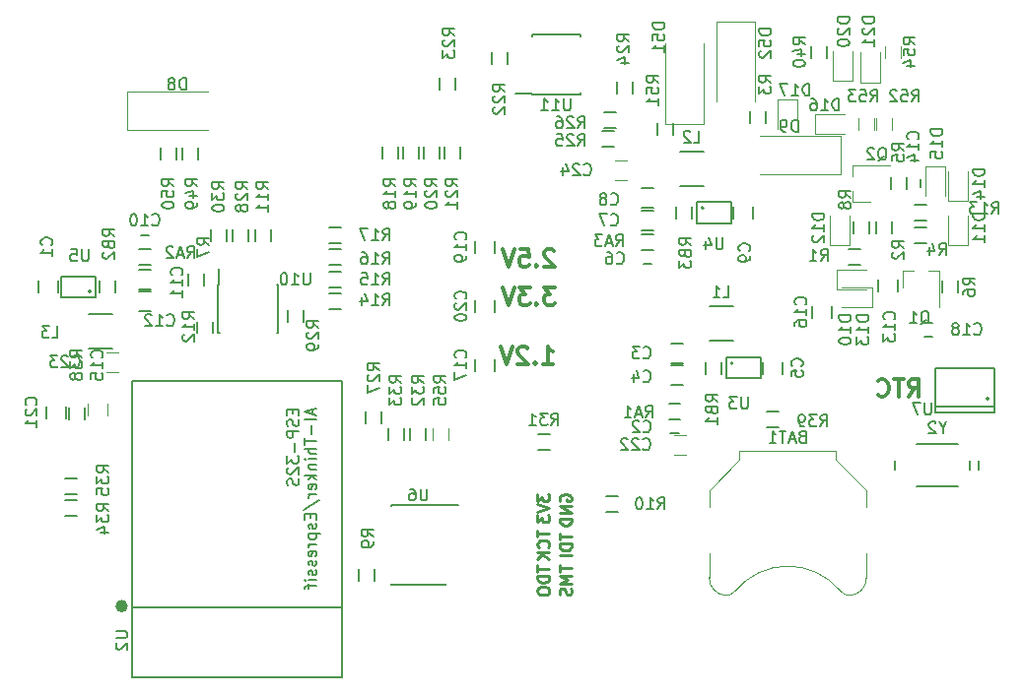
<source format=gbo>
G04 #@! TF.FileFunction,Legend,Bot*
%FSLAX46Y46*%
G04 Gerber Fmt 4.6, Leading zero omitted, Abs format (unit mm)*
G04 Created by KiCad (PCBNEW 4.0.7+dfsg1-1) date Wed Oct 11 12:58:41 2017*
%MOMM*%
%LPD*%
G01*
G04 APERTURE LIST*
%ADD10C,0.100000*%
%ADD11C,0.300000*%
%ADD12C,0.250000*%
%ADD13C,0.120000*%
%ADD14C,0.150000*%
%ADD15C,0.500000*%
%ADD16C,0.200000*%
G04 APERTURE END LIST*
D10*
D11*
X144502857Y-81823429D02*
X144431428Y-81752000D01*
X144288571Y-81680571D01*
X143931428Y-81680571D01*
X143788571Y-81752000D01*
X143717142Y-81823429D01*
X143645714Y-81966286D01*
X143645714Y-82109143D01*
X143717142Y-82323429D01*
X144574285Y-83180571D01*
X143645714Y-83180571D01*
X143002857Y-83037714D02*
X142931429Y-83109143D01*
X143002857Y-83180571D01*
X143074286Y-83109143D01*
X143002857Y-83037714D01*
X143002857Y-83180571D01*
X141574285Y-81680571D02*
X142288571Y-81680571D01*
X142360000Y-82394857D01*
X142288571Y-82323429D01*
X142145714Y-82252000D01*
X141788571Y-82252000D01*
X141645714Y-82323429D01*
X141574285Y-82394857D01*
X141502857Y-82537714D01*
X141502857Y-82894857D01*
X141574285Y-83037714D01*
X141645714Y-83109143D01*
X141788571Y-83180571D01*
X142145714Y-83180571D01*
X142288571Y-83109143D01*
X142360000Y-83037714D01*
X141074286Y-81680571D02*
X140574286Y-83180571D01*
X140074286Y-81680571D01*
X144574285Y-84982571D02*
X143645714Y-84982571D01*
X144145714Y-85554000D01*
X143931428Y-85554000D01*
X143788571Y-85625429D01*
X143717142Y-85696857D01*
X143645714Y-85839714D01*
X143645714Y-86196857D01*
X143717142Y-86339714D01*
X143788571Y-86411143D01*
X143931428Y-86482571D01*
X144360000Y-86482571D01*
X144502857Y-86411143D01*
X144574285Y-86339714D01*
X143002857Y-86339714D02*
X142931429Y-86411143D01*
X143002857Y-86482571D01*
X143074286Y-86411143D01*
X143002857Y-86339714D01*
X143002857Y-86482571D01*
X142431428Y-84982571D02*
X141502857Y-84982571D01*
X142002857Y-85554000D01*
X141788571Y-85554000D01*
X141645714Y-85625429D01*
X141574285Y-85696857D01*
X141502857Y-85839714D01*
X141502857Y-86196857D01*
X141574285Y-86339714D01*
X141645714Y-86411143D01*
X141788571Y-86482571D01*
X142217143Y-86482571D01*
X142360000Y-86411143D01*
X142431428Y-86339714D01*
X141074286Y-84982571D02*
X140574286Y-86482571D01*
X140074286Y-84982571D01*
X143518714Y-91562571D02*
X144375857Y-91562571D01*
X143947285Y-91562571D02*
X143947285Y-90062571D01*
X144090142Y-90276857D01*
X144233000Y-90419714D01*
X144375857Y-90491143D01*
X142875857Y-91419714D02*
X142804429Y-91491143D01*
X142875857Y-91562571D01*
X142947286Y-91491143D01*
X142875857Y-91419714D01*
X142875857Y-91562571D01*
X142233000Y-90205429D02*
X142161571Y-90134000D01*
X142018714Y-90062571D01*
X141661571Y-90062571D01*
X141518714Y-90134000D01*
X141447285Y-90205429D01*
X141375857Y-90348286D01*
X141375857Y-90491143D01*
X141447285Y-90705429D01*
X142304428Y-91562571D01*
X141375857Y-91562571D01*
X140947286Y-90062571D02*
X140447286Y-91562571D01*
X139947286Y-90062571D01*
D12*
X143082381Y-105854286D02*
X143082381Y-106425715D01*
X144082381Y-106140000D02*
X143082381Y-106140000D01*
X143987143Y-107330477D02*
X144034762Y-107282858D01*
X144082381Y-107140001D01*
X144082381Y-107044763D01*
X144034762Y-106901905D01*
X143939524Y-106806667D01*
X143844286Y-106759048D01*
X143653810Y-106711429D01*
X143510952Y-106711429D01*
X143320476Y-106759048D01*
X143225238Y-106806667D01*
X143130000Y-106901905D01*
X143082381Y-107044763D01*
X143082381Y-107140001D01*
X143130000Y-107282858D01*
X143177619Y-107330477D01*
X144082381Y-107759048D02*
X143082381Y-107759048D01*
X144082381Y-108330477D02*
X143510952Y-107901905D01*
X143082381Y-108330477D02*
X143653810Y-107759048D01*
X143082381Y-102726905D02*
X143082381Y-103345953D01*
X143463333Y-103012619D01*
X143463333Y-103155477D01*
X143510952Y-103250715D01*
X143558571Y-103298334D01*
X143653810Y-103345953D01*
X143891905Y-103345953D01*
X143987143Y-103298334D01*
X144034762Y-103250715D01*
X144082381Y-103155477D01*
X144082381Y-102869762D01*
X144034762Y-102774524D01*
X143987143Y-102726905D01*
X143082381Y-103631667D02*
X144082381Y-103965000D01*
X143082381Y-104298334D01*
X143082381Y-104536429D02*
X143082381Y-105155477D01*
X143463333Y-104822143D01*
X143463333Y-104965001D01*
X143510952Y-105060239D01*
X143558571Y-105107858D01*
X143653810Y-105155477D01*
X143891905Y-105155477D01*
X143987143Y-105107858D01*
X144034762Y-105060239D01*
X144082381Y-104965001D01*
X144082381Y-104679286D01*
X144034762Y-104584048D01*
X143987143Y-104536429D01*
X143082381Y-108878476D02*
X143082381Y-109449905D01*
X144082381Y-109164190D02*
X143082381Y-109164190D01*
X144082381Y-109783238D02*
X143082381Y-109783238D01*
X143082381Y-110021333D01*
X143130000Y-110164191D01*
X143225238Y-110259429D01*
X143320476Y-110307048D01*
X143510952Y-110354667D01*
X143653810Y-110354667D01*
X143844286Y-110307048D01*
X143939524Y-110259429D01*
X144034762Y-110164191D01*
X144082381Y-110021333D01*
X144082381Y-109783238D01*
X143082381Y-110973714D02*
X143082381Y-111164191D01*
X143130000Y-111259429D01*
X143225238Y-111354667D01*
X143415714Y-111402286D01*
X143749048Y-111402286D01*
X143939524Y-111354667D01*
X144034762Y-111259429D01*
X144082381Y-111164191D01*
X144082381Y-110973714D01*
X144034762Y-110878476D01*
X143939524Y-110783238D01*
X143749048Y-110735619D01*
X143415714Y-110735619D01*
X143225238Y-110783238D01*
X143130000Y-110878476D01*
X143082381Y-110973714D01*
X145035000Y-103330096D02*
X144987381Y-103234858D01*
X144987381Y-103092001D01*
X145035000Y-102949143D01*
X145130238Y-102853905D01*
X145225476Y-102806286D01*
X145415952Y-102758667D01*
X145558810Y-102758667D01*
X145749286Y-102806286D01*
X145844524Y-102853905D01*
X145939762Y-102949143D01*
X145987381Y-103092001D01*
X145987381Y-103187239D01*
X145939762Y-103330096D01*
X145892143Y-103377715D01*
X145558810Y-103377715D01*
X145558810Y-103187239D01*
X145987381Y-103806286D02*
X144987381Y-103806286D01*
X145987381Y-104377715D01*
X144987381Y-104377715D01*
X145987381Y-104853905D02*
X144987381Y-104853905D01*
X144987381Y-105092000D01*
X145035000Y-105234858D01*
X145130238Y-105330096D01*
X145225476Y-105377715D01*
X145415952Y-105425334D01*
X145558810Y-105425334D01*
X145749286Y-105377715D01*
X145844524Y-105330096D01*
X145939762Y-105234858D01*
X145987381Y-105092000D01*
X145987381Y-104853905D01*
X144987381Y-106116191D02*
X144987381Y-106687620D01*
X145987381Y-106401905D02*
X144987381Y-106401905D01*
X145987381Y-107020953D02*
X144987381Y-107020953D01*
X144987381Y-107259048D01*
X145035000Y-107401906D01*
X145130238Y-107497144D01*
X145225476Y-107544763D01*
X145415952Y-107592382D01*
X145558810Y-107592382D01*
X145749286Y-107544763D01*
X145844524Y-107497144D01*
X145939762Y-107401906D01*
X145987381Y-107259048D01*
X145987381Y-107020953D01*
X145987381Y-108020953D02*
X144987381Y-108020953D01*
X144987381Y-108854667D02*
X144987381Y-109426096D01*
X145987381Y-109140381D02*
X144987381Y-109140381D01*
X145987381Y-109759429D02*
X144987381Y-109759429D01*
X145701667Y-110092763D01*
X144987381Y-110426096D01*
X145987381Y-110426096D01*
X145939762Y-110854667D02*
X145987381Y-110997524D01*
X145987381Y-111235620D01*
X145939762Y-111330858D01*
X145892143Y-111378477D01*
X145796905Y-111426096D01*
X145701667Y-111426096D01*
X145606429Y-111378477D01*
X145558810Y-111330858D01*
X145511190Y-111235620D01*
X145463571Y-111045143D01*
X145415952Y-110949905D01*
X145368333Y-110902286D01*
X145273095Y-110854667D01*
X145177857Y-110854667D01*
X145082619Y-110902286D01*
X145035000Y-110949905D01*
X144987381Y-111045143D01*
X144987381Y-111283239D01*
X145035000Y-111426096D01*
D11*
X174967142Y-94356571D02*
X175467142Y-93642286D01*
X175824285Y-94356571D02*
X175824285Y-92856571D01*
X175252857Y-92856571D01*
X175109999Y-92928000D01*
X175038571Y-92999429D01*
X174967142Y-93142286D01*
X174967142Y-93356571D01*
X175038571Y-93499429D01*
X175109999Y-93570857D01*
X175252857Y-93642286D01*
X175824285Y-93642286D01*
X174538571Y-92856571D02*
X173681428Y-92856571D01*
X174109999Y-94356571D02*
X174109999Y-92856571D01*
X172324285Y-94213714D02*
X172395714Y-94285143D01*
X172610000Y-94356571D01*
X172752857Y-94356571D01*
X172967142Y-94285143D01*
X173110000Y-94142286D01*
X173181428Y-93999429D01*
X173252857Y-93713714D01*
X173252857Y-93499429D01*
X173181428Y-93213714D01*
X173110000Y-93070857D01*
X172967142Y-92928000D01*
X172752857Y-92856571D01*
X172610000Y-92856571D01*
X172395714Y-92928000D01*
X172324285Y-92999429D01*
D13*
X157345000Y-70900000D02*
X154045000Y-70900000D01*
X154045000Y-70900000D02*
X154045000Y-64000000D01*
X157345000Y-70900000D02*
X157345000Y-64000000D01*
D14*
X153369000Y-70826000D02*
X153369000Y-71826000D01*
X154719000Y-71826000D02*
X154719000Y-70826000D01*
X157870000Y-89565000D02*
X159870000Y-89565000D01*
X159870000Y-86615000D02*
X157870000Y-86615000D01*
X159886803Y-91500000D02*
G75*
G03X159886803Y-91500000I-111803J0D01*
G01*
X159275000Y-92800000D02*
X162275000Y-92800000D01*
X162275000Y-92800000D02*
X162275000Y-91000000D01*
X162275000Y-91000000D02*
X159275000Y-91000000D01*
X159275000Y-91000000D02*
X159275000Y-92800000D01*
X155330000Y-76230000D02*
X157330000Y-76230000D01*
X157330000Y-73280000D02*
X155330000Y-73280000D01*
X157346803Y-78135000D02*
G75*
G03X157346803Y-78135000I-111803J0D01*
G01*
X156735000Y-79435000D02*
X159735000Y-79435000D01*
X159735000Y-79435000D02*
X159735000Y-77635000D01*
X159735000Y-77635000D02*
X156735000Y-77635000D01*
X156735000Y-77635000D02*
X156735000Y-79435000D01*
X106530000Y-87250000D02*
X104530000Y-87250000D01*
X104530000Y-90200000D02*
X106530000Y-90200000D01*
X104736803Y-85315000D02*
G75*
G03X104736803Y-85315000I-111803J0D01*
G01*
X105125000Y-84015000D02*
X102125000Y-84015000D01*
X102125000Y-84015000D02*
X102125000Y-85815000D01*
X102125000Y-85815000D02*
X105125000Y-85815000D01*
X105125000Y-85815000D02*
X105125000Y-84015000D01*
X100235000Y-85415000D02*
X100235000Y-84415000D01*
X101935000Y-84415000D02*
X101935000Y-85415000D01*
X155560000Y-91480000D02*
X154560000Y-91480000D01*
X154560000Y-89780000D02*
X155560000Y-89780000D01*
X155560000Y-93385000D02*
X154560000Y-93385000D01*
X154560000Y-91685000D02*
X155560000Y-91685000D01*
X164165000Y-91400000D02*
X164165000Y-92400000D01*
X162465000Y-92400000D02*
X162465000Y-91400000D01*
X153020000Y-80050000D02*
X152020000Y-80050000D01*
X152020000Y-78350000D02*
X153020000Y-78350000D01*
X153020000Y-78145000D02*
X152020000Y-78145000D01*
X152020000Y-76445000D02*
X153020000Y-76445000D01*
X161625000Y-78065000D02*
X161625000Y-79065000D01*
X159925000Y-79065000D02*
X159925000Y-78065000D01*
X108840000Y-83430000D02*
X109840000Y-83430000D01*
X109840000Y-85130000D02*
X108840000Y-85130000D01*
X108840000Y-85335000D02*
X109840000Y-85335000D01*
X109840000Y-87035000D02*
X108840000Y-87035000D01*
X181857000Y-94567000D02*
G75*
G03X181857000Y-94567000I-127000J0D01*
G01*
X182365000Y-95202000D02*
X177285000Y-95202000D01*
X182365000Y-91900000D02*
X177285000Y-91900000D01*
X182365000Y-95710000D02*
X177285000Y-95710000D01*
X182365000Y-95710000D02*
X182365000Y-91900000D01*
X177285000Y-95710000D02*
X177285000Y-91900000D01*
X174071000Y-84288000D02*
X174071000Y-85288000D01*
X172371000Y-85288000D02*
X172371000Y-84288000D01*
D13*
X174435000Y-83520000D02*
X175365000Y-83520000D01*
X177595000Y-83520000D02*
X176665000Y-83520000D01*
X177595000Y-83520000D02*
X177595000Y-86680000D01*
X174435000Y-83520000D02*
X174435000Y-84980000D01*
X170175000Y-77605000D02*
X170175000Y-76675000D01*
X170175000Y-74445000D02*
X170175000Y-75375000D01*
X170175000Y-74445000D02*
X173335000Y-74445000D01*
X170175000Y-77605000D02*
X171635000Y-77605000D01*
D14*
X154510000Y-97510000D02*
X155210000Y-97510000D01*
X155210000Y-96310000D02*
X154510000Y-96310000D01*
X152170000Y-82975000D02*
X152870000Y-82975000D01*
X152870000Y-81775000D02*
X152170000Y-81775000D01*
X109690000Y-80505000D02*
X108990000Y-80505000D01*
X108990000Y-81705000D02*
X109690000Y-81705000D01*
X174780000Y-75675000D02*
X174780000Y-76375000D01*
X175980000Y-76375000D02*
X175980000Y-75675000D01*
X170800000Y-81700000D02*
X169800000Y-81700000D01*
X169800000Y-83050000D02*
X170800000Y-83050000D01*
X172165000Y-79335000D02*
X172165000Y-80335000D01*
X173515000Y-80335000D02*
X173515000Y-79335000D01*
X175515000Y-81145000D02*
X176515000Y-81145000D01*
X176515000Y-79795000D02*
X175515000Y-79795000D01*
X174785000Y-76525000D02*
X174785000Y-75525000D01*
X173435000Y-75525000D02*
X173435000Y-76525000D01*
X179230000Y-85415000D02*
X179230000Y-84415000D01*
X177880000Y-84415000D02*
X177880000Y-85415000D01*
X114460000Y-84780000D02*
X114460000Y-83780000D01*
X113110000Y-83780000D02*
X113110000Y-84780000D01*
X170260000Y-79335000D02*
X170260000Y-80335000D01*
X171610000Y-80335000D02*
X171610000Y-79335000D01*
X129065000Y-110180000D02*
X129065000Y-109180000D01*
X127715000Y-109180000D02*
X127715000Y-110180000D01*
X148972000Y-104259000D02*
X149972000Y-104259000D01*
X149972000Y-102909000D02*
X148972000Y-102909000D01*
X175515000Y-79240000D02*
X176515000Y-79240000D01*
X176515000Y-77890000D02*
X175515000Y-77890000D01*
X155360000Y-94965000D02*
X154360000Y-94965000D01*
X154360000Y-96315000D02*
X155360000Y-96315000D01*
X108840000Y-83050000D02*
X109840000Y-83050000D01*
X109840000Y-81700000D02*
X108840000Y-81700000D01*
X153020000Y-80430000D02*
X152020000Y-80430000D01*
X152020000Y-81780000D02*
X153020000Y-81780000D01*
X158910000Y-92400000D02*
X158910000Y-91400000D01*
X157560000Y-91400000D02*
X157560000Y-92400000D01*
X105490000Y-84415000D02*
X105490000Y-85415000D01*
X106840000Y-85415000D02*
X106840000Y-84415000D01*
X156370000Y-79065000D02*
X156370000Y-78065000D01*
X155020000Y-78065000D02*
X155020000Y-79065000D01*
X125182000Y-86860000D02*
X126182000Y-86860000D01*
X126182000Y-85510000D02*
X125182000Y-85510000D01*
X125182000Y-84954000D02*
X126182000Y-84954000D01*
X126182000Y-83604000D02*
X125182000Y-83604000D01*
X125182000Y-83050000D02*
X126182000Y-83050000D01*
X126182000Y-81700000D02*
X125182000Y-81700000D01*
X125182000Y-81145000D02*
X126182000Y-81145000D01*
X126182000Y-79795000D02*
X125182000Y-79795000D01*
X129747000Y-72858000D02*
X129747000Y-73858000D01*
X131097000Y-73858000D02*
X131097000Y-72858000D01*
X131525000Y-72858000D02*
X131525000Y-73858000D01*
X132875000Y-73858000D02*
X132875000Y-72858000D01*
X133303000Y-72858000D02*
X133303000Y-73858000D01*
X134653000Y-73858000D02*
X134653000Y-72858000D01*
X135081000Y-72858000D02*
X135081000Y-73858000D01*
X136431000Y-73858000D02*
X136431000Y-72858000D01*
X115655000Y-84745000D02*
X115705000Y-84745000D01*
X115655000Y-88895000D02*
X115800000Y-88895000D01*
X120805000Y-88895000D02*
X120660000Y-88895000D01*
X120805000Y-84745000D02*
X120660000Y-84745000D01*
X115655000Y-84745000D02*
X115655000Y-88895000D01*
X120805000Y-84745000D02*
X120805000Y-88895000D01*
X115705000Y-84745000D02*
X115705000Y-83345000D01*
X176300000Y-89198000D02*
X177000000Y-89198000D01*
X177000000Y-87998000D02*
X176300000Y-87998000D01*
X142605000Y-68375000D02*
X142605000Y-68325000D01*
X146755000Y-68375000D02*
X146755000Y-68230000D01*
X146755000Y-63225000D02*
X146755000Y-63370000D01*
X142605000Y-63225000D02*
X142605000Y-63370000D01*
X142605000Y-68375000D02*
X146755000Y-68375000D01*
X142605000Y-63225000D02*
X146755000Y-63225000D01*
X142605000Y-68325000D02*
X141205000Y-68325000D01*
D15*
X107638415Y-112384338D02*
G75*
G03X107638415Y-112384338I-283981J0D01*
G01*
D14*
X126260434Y-112530338D02*
X108260434Y-112530338D01*
X108260434Y-118530338D02*
X108260434Y-93030338D01*
X126260434Y-118530338D02*
X126260434Y-93030338D01*
X126260434Y-93030338D02*
X108260434Y-93030338D01*
X126260434Y-118530338D02*
X108260434Y-118530338D01*
X161370000Y-69810000D02*
X161370000Y-70810000D01*
X162720000Y-70810000D02*
X162720000Y-69810000D01*
X139145000Y-64730000D02*
X139145000Y-65730000D01*
X140495000Y-65730000D02*
X140495000Y-64730000D01*
X134700000Y-66932000D02*
X134700000Y-67932000D01*
X136050000Y-67932000D02*
X136050000Y-66932000D01*
X149940000Y-67270000D02*
X149940000Y-68270000D01*
X151290000Y-68270000D02*
X151290000Y-67270000D01*
X148675000Y-72890000D02*
X149675000Y-72890000D01*
X149675000Y-71540000D02*
X148675000Y-71540000D01*
X148780000Y-71275000D02*
X149780000Y-71275000D01*
X149780000Y-69925000D02*
X148780000Y-69925000D01*
X130510000Y-103690000D02*
X130510000Y-103790000D01*
X130510000Y-110515000D02*
X130510000Y-110490000D01*
X135160000Y-110515000D02*
X135160000Y-110490000D01*
X136235000Y-103690000D02*
X130510000Y-103690000D01*
X135160000Y-110515000D02*
X130510000Y-110515000D01*
X120175000Y-80970000D02*
X120175000Y-79970000D01*
X118825000Y-79970000D02*
X118825000Y-80970000D01*
X113805000Y-87900000D02*
X113805000Y-88900000D01*
X115155000Y-88900000D02*
X115155000Y-87900000D01*
X128350000Y-95675000D02*
X128350000Y-96675000D01*
X129700000Y-96675000D02*
X129700000Y-95675000D01*
X118270000Y-80970000D02*
X118270000Y-79970000D01*
X116920000Y-79970000D02*
X116920000Y-80970000D01*
X122955000Y-87900000D02*
X122955000Y-86900000D01*
X121605000Y-86900000D02*
X121605000Y-87900000D01*
X116365000Y-80970000D02*
X116365000Y-79970000D01*
X115015000Y-79970000D02*
X115015000Y-80970000D01*
X143130000Y-98925000D02*
X144130000Y-98925000D01*
X144130000Y-97575000D02*
X143130000Y-97575000D01*
X132160000Y-97115000D02*
X132160000Y-98115000D01*
X133510000Y-98115000D02*
X133510000Y-97115000D01*
X130255000Y-97115000D02*
X130255000Y-98115000D01*
X131605000Y-98115000D02*
X131605000Y-97115000D01*
X103490000Y-103290000D02*
X102490000Y-103290000D01*
X102490000Y-104640000D02*
X103490000Y-104640000D01*
X103490000Y-101385000D02*
X102490000Y-101385000D01*
X102490000Y-102735000D02*
X103490000Y-102735000D01*
X102823000Y-95294000D02*
X102823000Y-96294000D01*
X104173000Y-96294000D02*
X104173000Y-95294000D01*
X168356000Y-86574000D02*
X168356000Y-87574000D01*
X166656000Y-87574000D02*
X166656000Y-86574000D01*
X162815000Y-97020000D02*
X163815000Y-97020000D01*
X163815000Y-95670000D02*
X162815000Y-95670000D01*
X166577000Y-64222000D02*
X166577000Y-65222000D01*
X167927000Y-65222000D02*
X167927000Y-64222000D01*
X137700000Y-92146000D02*
X137700000Y-91146000D01*
X139400000Y-91146000D02*
X139400000Y-92146000D01*
X139400000Y-80986000D02*
X139400000Y-81986000D01*
X137700000Y-81986000D02*
X137700000Y-80986000D01*
X137700000Y-87066000D02*
X137700000Y-86066000D01*
X139400000Y-86066000D02*
X139400000Y-87066000D01*
X100870000Y-96210000D02*
X100870000Y-95210000D01*
X102570000Y-95210000D02*
X102570000Y-96210000D01*
X112602000Y-72985000D02*
X112602000Y-73985000D01*
X113952000Y-73985000D02*
X113952000Y-72985000D01*
X110697000Y-72985000D02*
X110697000Y-73985000D01*
X112047000Y-73985000D02*
X112047000Y-72985000D01*
D13*
X172160000Y-70445000D02*
X172160000Y-71445000D01*
X173520000Y-71445000D02*
X173520000Y-70445000D01*
X170636000Y-70445000D02*
X170636000Y-71445000D01*
X171996000Y-71445000D02*
X171996000Y-70445000D01*
X159170385Y-111454160D02*
G75*
G03X160085000Y-111070000I124615J984160D01*
G01*
X169999615Y-111454160D02*
G75*
G02X169085000Y-111070000I-124615J984160D01*
G01*
X160094339Y-111058671D02*
G75*
G02X169085000Y-111070000I4490661J-3711329D01*
G01*
X157835000Y-109920000D02*
G75*
G03X159285000Y-111470000I1500000J-50000D01*
G01*
X171335000Y-109920000D02*
G75*
G02X169885000Y-111470000I-1500000J-50000D01*
G01*
X157835000Y-107870000D02*
X157835000Y-109970000D01*
X171335000Y-107870000D02*
X171335000Y-109970000D01*
X171335000Y-103870000D02*
X171335000Y-102420000D01*
X171335000Y-102420000D02*
X168735000Y-99820000D01*
X168735000Y-99820000D02*
X168735000Y-99020000D01*
X168735000Y-99020000D02*
X160435000Y-99020000D01*
X160435000Y-99020000D02*
X160435000Y-99820000D01*
X160435000Y-99820000D02*
X157835000Y-102420000D01*
X157835000Y-102420000D02*
X157835000Y-103870000D01*
D14*
X173812000Y-99882000D02*
X173812000Y-100682000D01*
X179212000Y-98482000D02*
X175612000Y-98482000D01*
X179212000Y-102082000D02*
X175612000Y-102082000D01*
X180212000Y-99882000D02*
X180212000Y-100682000D01*
X181012000Y-99882000D02*
X181012000Y-100682000D01*
D13*
X176435000Y-74525000D02*
X178135000Y-74525000D01*
X178135000Y-74525000D02*
X178135000Y-77075000D01*
X176435000Y-74525000D02*
X176435000Y-77075000D01*
X106126000Y-94956000D02*
X106126000Y-95956000D01*
X104426000Y-95956000D02*
X104426000Y-94956000D01*
X168800000Y-85130000D02*
X168800000Y-83430000D01*
X168800000Y-83430000D02*
X171350000Y-83430000D01*
X168800000Y-85130000D02*
X171350000Y-85130000D01*
X180040000Y-81335000D02*
X178340000Y-81335000D01*
X178340000Y-81335000D02*
X178340000Y-78785000D01*
X180040000Y-81335000D02*
X180040000Y-78785000D01*
X169880000Y-81335000D02*
X168180000Y-81335000D01*
X168180000Y-81335000D02*
X168180000Y-78785000D01*
X169880000Y-81335000D02*
X169880000Y-78785000D01*
X171800000Y-84954000D02*
X171800000Y-86654000D01*
X171800000Y-86654000D02*
X169250000Y-86654000D01*
X171800000Y-84954000D02*
X169250000Y-84954000D01*
X180040000Y-77525000D02*
X178340000Y-77525000D01*
X178340000Y-77525000D02*
X178340000Y-74975000D01*
X180040000Y-77525000D02*
X180040000Y-74975000D01*
X166895000Y-71795000D02*
X166895000Y-70095000D01*
X166895000Y-70095000D02*
X169445000Y-70095000D01*
X166895000Y-71795000D02*
X169445000Y-71795000D01*
X163735000Y-68810000D02*
X165435000Y-68810000D01*
X165435000Y-68810000D02*
X165435000Y-71360000D01*
X163735000Y-68810000D02*
X163735000Y-71360000D01*
X170134000Y-67238000D02*
X168434000Y-67238000D01*
X168434000Y-67238000D02*
X168434000Y-64688000D01*
X170134000Y-67238000D02*
X170134000Y-64688000D01*
X172547000Y-67331000D02*
X170847000Y-67331000D01*
X170847000Y-67331000D02*
X170847000Y-64781000D01*
X172547000Y-67331000D02*
X172547000Y-64781000D01*
X107861000Y-71452000D02*
X107861000Y-68152000D01*
X107861000Y-68152000D02*
X114761000Y-68152000D01*
X107861000Y-71452000D02*
X114761000Y-71452000D01*
X169112000Y-71962000D02*
X169112000Y-75262000D01*
X169112000Y-75262000D02*
X162212000Y-75262000D01*
X169112000Y-71962000D02*
X162212000Y-71962000D01*
X158490000Y-62100000D02*
X161790000Y-62100000D01*
X161790000Y-62100000D02*
X161790000Y-69000000D01*
X158490000Y-62100000D02*
X158490000Y-69000000D01*
X155814000Y-99354000D02*
X154814000Y-99354000D01*
X154814000Y-97654000D02*
X155814000Y-97654000D01*
X106046000Y-90542000D02*
X107046000Y-90542000D01*
X107046000Y-92242000D02*
X106046000Y-92242000D01*
X149734000Y-74032000D02*
X150734000Y-74032000D01*
X150734000Y-75732000D02*
X149734000Y-75732000D01*
X172922000Y-64222000D02*
X172922000Y-65222000D01*
X174282000Y-65222000D02*
X174282000Y-64222000D01*
X135420000Y-98115000D02*
X135420000Y-97115000D01*
X134060000Y-97115000D02*
X134060000Y-98115000D01*
D14*
X153988381Y-62237714D02*
X152988381Y-62237714D01*
X152988381Y-62475809D01*
X153036000Y-62618667D01*
X153131238Y-62713905D01*
X153226476Y-62761524D01*
X153416952Y-62809143D01*
X153559810Y-62809143D01*
X153750286Y-62761524D01*
X153845524Y-62713905D01*
X153940762Y-62618667D01*
X153988381Y-62475809D01*
X153988381Y-62237714D01*
X152988381Y-63713905D02*
X152988381Y-63237714D01*
X153464571Y-63190095D01*
X153416952Y-63237714D01*
X153369333Y-63332952D01*
X153369333Y-63571048D01*
X153416952Y-63666286D01*
X153464571Y-63713905D01*
X153559810Y-63761524D01*
X153797905Y-63761524D01*
X153893143Y-63713905D01*
X153940762Y-63666286D01*
X153988381Y-63571048D01*
X153988381Y-63332952D01*
X153940762Y-63237714D01*
X153893143Y-63190095D01*
X153988381Y-64713905D02*
X153988381Y-64142476D01*
X153988381Y-64428190D02*
X152988381Y-64428190D01*
X153131238Y-64332952D01*
X153226476Y-64237714D01*
X153274095Y-64142476D01*
X153480381Y-67381143D02*
X153004190Y-67047809D01*
X153480381Y-66809714D02*
X152480381Y-66809714D01*
X152480381Y-67190667D01*
X152528000Y-67285905D01*
X152575619Y-67333524D01*
X152670857Y-67381143D01*
X152813714Y-67381143D01*
X152908952Y-67333524D01*
X152956571Y-67285905D01*
X153004190Y-67190667D01*
X153004190Y-66809714D01*
X152480381Y-68285905D02*
X152480381Y-67809714D01*
X152956571Y-67762095D01*
X152908952Y-67809714D01*
X152861333Y-67904952D01*
X152861333Y-68143048D01*
X152908952Y-68238286D01*
X152956571Y-68285905D01*
X153051810Y-68333524D01*
X153289905Y-68333524D01*
X153385143Y-68285905D01*
X153432762Y-68238286D01*
X153480381Y-68143048D01*
X153480381Y-67904952D01*
X153432762Y-67809714D01*
X153385143Y-67762095D01*
X153480381Y-69285905D02*
X153480381Y-68714476D01*
X153480381Y-69000190D02*
X152480381Y-69000190D01*
X152623238Y-68904952D01*
X152718476Y-68809714D01*
X152766095Y-68714476D01*
X159036666Y-85842381D02*
X159512857Y-85842381D01*
X159512857Y-84842381D01*
X158179523Y-85842381D02*
X158750952Y-85842381D01*
X158465238Y-85842381D02*
X158465238Y-84842381D01*
X158560476Y-84985238D01*
X158655714Y-85080476D01*
X158750952Y-85128095D01*
D16*
X161155905Y-94400381D02*
X161155905Y-95209905D01*
X161108286Y-95305143D01*
X161060667Y-95352762D01*
X160965429Y-95400381D01*
X160774952Y-95400381D01*
X160679714Y-95352762D01*
X160632095Y-95305143D01*
X160584476Y-95209905D01*
X160584476Y-94400381D01*
X160203524Y-94400381D02*
X159584476Y-94400381D01*
X159917810Y-94781333D01*
X159774952Y-94781333D01*
X159679714Y-94828952D01*
X159632095Y-94876571D01*
X159584476Y-94971810D01*
X159584476Y-95209905D01*
X159632095Y-95305143D01*
X159679714Y-95352762D01*
X159774952Y-95400381D01*
X160060667Y-95400381D01*
X160155905Y-95352762D01*
X160203524Y-95305143D01*
D14*
X156496666Y-72507381D02*
X156972857Y-72507381D01*
X156972857Y-71507381D01*
X156210952Y-71602619D02*
X156163333Y-71555000D01*
X156068095Y-71507381D01*
X155829999Y-71507381D01*
X155734761Y-71555000D01*
X155687142Y-71602619D01*
X155639523Y-71697857D01*
X155639523Y-71793095D01*
X155687142Y-71935952D01*
X156258571Y-72507381D01*
X155639523Y-72507381D01*
D16*
X158996905Y-80684381D02*
X158996905Y-81493905D01*
X158949286Y-81589143D01*
X158901667Y-81636762D01*
X158806429Y-81684381D01*
X158615952Y-81684381D01*
X158520714Y-81636762D01*
X158473095Y-81589143D01*
X158425476Y-81493905D01*
X158425476Y-80684381D01*
X157520714Y-81017714D02*
X157520714Y-81684381D01*
X157758810Y-80636762D02*
X157996905Y-81351048D01*
X157377857Y-81351048D01*
D14*
X101378666Y-89304381D02*
X101854857Y-89304381D01*
X101854857Y-88304381D01*
X101140571Y-88304381D02*
X100521523Y-88304381D01*
X100854857Y-88685333D01*
X100711999Y-88685333D01*
X100616761Y-88732952D01*
X100569142Y-88780571D01*
X100521523Y-88875810D01*
X100521523Y-89113905D01*
X100569142Y-89209143D01*
X100616761Y-89256762D01*
X100711999Y-89304381D01*
X100997714Y-89304381D01*
X101092952Y-89256762D01*
X101140571Y-89209143D01*
D16*
X104513905Y-81700381D02*
X104513905Y-82509905D01*
X104466286Y-82605143D01*
X104418667Y-82652762D01*
X104323429Y-82700381D01*
X104132952Y-82700381D01*
X104037714Y-82652762D01*
X103990095Y-82605143D01*
X103942476Y-82509905D01*
X103942476Y-81700381D01*
X102990095Y-81700381D02*
X103466286Y-81700381D01*
X103513905Y-82176571D01*
X103466286Y-82128952D01*
X103371048Y-82081333D01*
X103132952Y-82081333D01*
X103037714Y-82128952D01*
X102990095Y-82176571D01*
X102942476Y-82271810D01*
X102942476Y-82509905D01*
X102990095Y-82605143D01*
X103037714Y-82652762D01*
X103132952Y-82700381D01*
X103371048Y-82700381D01*
X103466286Y-82652762D01*
X103513905Y-82605143D01*
D14*
X101315143Y-81319334D02*
X101362762Y-81271715D01*
X101410381Y-81128858D01*
X101410381Y-81033620D01*
X101362762Y-80890762D01*
X101267524Y-80795524D01*
X101172286Y-80747905D01*
X100981810Y-80700286D01*
X100838952Y-80700286D01*
X100648476Y-80747905D01*
X100553238Y-80795524D01*
X100458000Y-80890762D01*
X100410381Y-81033620D01*
X100410381Y-81128858D01*
X100458000Y-81271715D01*
X100505619Y-81319334D01*
X101410381Y-82271715D02*
X101410381Y-81700286D01*
X101410381Y-81986000D02*
X100410381Y-81986000D01*
X100553238Y-81890762D01*
X100648476Y-81795524D01*
X100696095Y-81700286D01*
X152178666Y-90987143D02*
X152226285Y-91034762D01*
X152369142Y-91082381D01*
X152464380Y-91082381D01*
X152607238Y-91034762D01*
X152702476Y-90939524D01*
X152750095Y-90844286D01*
X152797714Y-90653810D01*
X152797714Y-90510952D01*
X152750095Y-90320476D01*
X152702476Y-90225238D01*
X152607238Y-90130000D01*
X152464380Y-90082381D01*
X152369142Y-90082381D01*
X152226285Y-90130000D01*
X152178666Y-90177619D01*
X151845333Y-90082381D02*
X151226285Y-90082381D01*
X151559619Y-90463333D01*
X151416761Y-90463333D01*
X151321523Y-90510952D01*
X151273904Y-90558571D01*
X151226285Y-90653810D01*
X151226285Y-90891905D01*
X151273904Y-90987143D01*
X151321523Y-91034762D01*
X151416761Y-91082381D01*
X151702476Y-91082381D01*
X151797714Y-91034762D01*
X151845333Y-90987143D01*
X152178666Y-93019143D02*
X152226285Y-93066762D01*
X152369142Y-93114381D01*
X152464380Y-93114381D01*
X152607238Y-93066762D01*
X152702476Y-92971524D01*
X152750095Y-92876286D01*
X152797714Y-92685810D01*
X152797714Y-92542952D01*
X152750095Y-92352476D01*
X152702476Y-92257238D01*
X152607238Y-92162000D01*
X152464380Y-92114381D01*
X152369142Y-92114381D01*
X152226285Y-92162000D01*
X152178666Y-92209619D01*
X151321523Y-92447714D02*
X151321523Y-93114381D01*
X151559619Y-92066762D02*
X151797714Y-92781048D01*
X151178666Y-92781048D01*
X165772143Y-91733334D02*
X165819762Y-91685715D01*
X165867381Y-91542858D01*
X165867381Y-91447620D01*
X165819762Y-91304762D01*
X165724524Y-91209524D01*
X165629286Y-91161905D01*
X165438810Y-91114286D01*
X165295952Y-91114286D01*
X165105476Y-91161905D01*
X165010238Y-91209524D01*
X164915000Y-91304762D01*
X164867381Y-91447620D01*
X164867381Y-91542858D01*
X164915000Y-91685715D01*
X164962619Y-91733334D01*
X164867381Y-92638096D02*
X164867381Y-92161905D01*
X165343571Y-92114286D01*
X165295952Y-92161905D01*
X165248333Y-92257143D01*
X165248333Y-92495239D01*
X165295952Y-92590477D01*
X165343571Y-92638096D01*
X165438810Y-92685715D01*
X165676905Y-92685715D01*
X165772143Y-92638096D01*
X165819762Y-92590477D01*
X165867381Y-92495239D01*
X165867381Y-92257143D01*
X165819762Y-92161905D01*
X165772143Y-92114286D01*
X149384666Y-79557143D02*
X149432285Y-79604762D01*
X149575142Y-79652381D01*
X149670380Y-79652381D01*
X149813238Y-79604762D01*
X149908476Y-79509524D01*
X149956095Y-79414286D01*
X150003714Y-79223810D01*
X150003714Y-79080952D01*
X149956095Y-78890476D01*
X149908476Y-78795238D01*
X149813238Y-78700000D01*
X149670380Y-78652381D01*
X149575142Y-78652381D01*
X149432285Y-78700000D01*
X149384666Y-78747619D01*
X149051333Y-78652381D02*
X148384666Y-78652381D01*
X148813238Y-79652381D01*
X149384666Y-77779143D02*
X149432285Y-77826762D01*
X149575142Y-77874381D01*
X149670380Y-77874381D01*
X149813238Y-77826762D01*
X149908476Y-77731524D01*
X149956095Y-77636286D01*
X150003714Y-77445810D01*
X150003714Y-77302952D01*
X149956095Y-77112476D01*
X149908476Y-77017238D01*
X149813238Y-76922000D01*
X149670380Y-76874381D01*
X149575142Y-76874381D01*
X149432285Y-76922000D01*
X149384666Y-76969619D01*
X148813238Y-77302952D02*
X148908476Y-77255333D01*
X148956095Y-77207714D01*
X149003714Y-77112476D01*
X149003714Y-77064857D01*
X148956095Y-76969619D01*
X148908476Y-76922000D01*
X148813238Y-76874381D01*
X148622761Y-76874381D01*
X148527523Y-76922000D01*
X148479904Y-76969619D01*
X148432285Y-77064857D01*
X148432285Y-77112476D01*
X148479904Y-77207714D01*
X148527523Y-77255333D01*
X148622761Y-77302952D01*
X148813238Y-77302952D01*
X148908476Y-77350571D01*
X148956095Y-77398190D01*
X149003714Y-77493429D01*
X149003714Y-77683905D01*
X148956095Y-77779143D01*
X148908476Y-77826762D01*
X148813238Y-77874381D01*
X148622761Y-77874381D01*
X148527523Y-77826762D01*
X148479904Y-77779143D01*
X148432285Y-77683905D01*
X148432285Y-77493429D01*
X148479904Y-77398190D01*
X148527523Y-77350571D01*
X148622761Y-77302952D01*
X161259143Y-81827334D02*
X161306762Y-81779715D01*
X161354381Y-81636858D01*
X161354381Y-81541620D01*
X161306762Y-81398762D01*
X161211524Y-81303524D01*
X161116286Y-81255905D01*
X160925810Y-81208286D01*
X160782952Y-81208286D01*
X160592476Y-81255905D01*
X160497238Y-81303524D01*
X160402000Y-81398762D01*
X160354381Y-81541620D01*
X160354381Y-81636858D01*
X160402000Y-81779715D01*
X160449619Y-81827334D01*
X161354381Y-82303524D02*
X161354381Y-82494000D01*
X161306762Y-82589239D01*
X161259143Y-82636858D01*
X161116286Y-82732096D01*
X160925810Y-82779715D01*
X160544857Y-82779715D01*
X160449619Y-82732096D01*
X160402000Y-82684477D01*
X160354381Y-82589239D01*
X160354381Y-82398762D01*
X160402000Y-82303524D01*
X160449619Y-82255905D01*
X160544857Y-82208286D01*
X160782952Y-82208286D01*
X160878190Y-82255905D01*
X160925810Y-82303524D01*
X160973429Y-82398762D01*
X160973429Y-82589239D01*
X160925810Y-82684477D01*
X160878190Y-82732096D01*
X160782952Y-82779715D01*
X112491143Y-83891143D02*
X112538762Y-83843524D01*
X112586381Y-83700667D01*
X112586381Y-83605429D01*
X112538762Y-83462571D01*
X112443524Y-83367333D01*
X112348286Y-83319714D01*
X112157810Y-83272095D01*
X112014952Y-83272095D01*
X111824476Y-83319714D01*
X111729238Y-83367333D01*
X111634000Y-83462571D01*
X111586381Y-83605429D01*
X111586381Y-83700667D01*
X111634000Y-83843524D01*
X111681619Y-83891143D01*
X112586381Y-84843524D02*
X112586381Y-84272095D01*
X112586381Y-84557809D02*
X111586381Y-84557809D01*
X111729238Y-84462571D01*
X111824476Y-84367333D01*
X111872095Y-84272095D01*
X112586381Y-85795905D02*
X112586381Y-85224476D01*
X112586381Y-85510190D02*
X111586381Y-85510190D01*
X111729238Y-85414952D01*
X111824476Y-85319714D01*
X111872095Y-85224476D01*
X111252857Y-88193143D02*
X111300476Y-88240762D01*
X111443333Y-88288381D01*
X111538571Y-88288381D01*
X111681429Y-88240762D01*
X111776667Y-88145524D01*
X111824286Y-88050286D01*
X111871905Y-87859810D01*
X111871905Y-87716952D01*
X111824286Y-87526476D01*
X111776667Y-87431238D01*
X111681429Y-87336000D01*
X111538571Y-87288381D01*
X111443333Y-87288381D01*
X111300476Y-87336000D01*
X111252857Y-87383619D01*
X110300476Y-88288381D02*
X110871905Y-88288381D01*
X110586191Y-88288381D02*
X110586191Y-87288381D01*
X110681429Y-87431238D01*
X110776667Y-87526476D01*
X110871905Y-87574095D01*
X109919524Y-87383619D02*
X109871905Y-87336000D01*
X109776667Y-87288381D01*
X109538571Y-87288381D01*
X109443333Y-87336000D01*
X109395714Y-87383619D01*
X109348095Y-87478857D01*
X109348095Y-87574095D01*
X109395714Y-87716952D01*
X109967143Y-88288381D01*
X109348095Y-88288381D01*
X176903905Y-94908381D02*
X176903905Y-95717905D01*
X176856286Y-95813143D01*
X176808667Y-95860762D01*
X176713429Y-95908381D01*
X176522952Y-95908381D01*
X176427714Y-95860762D01*
X176380095Y-95813143D01*
X176332476Y-95717905D01*
X176332476Y-94908381D01*
X175951524Y-94908381D02*
X175284857Y-94908381D01*
X175713429Y-95908381D01*
X173705143Y-87701143D02*
X173752762Y-87653524D01*
X173800381Y-87510667D01*
X173800381Y-87415429D01*
X173752762Y-87272571D01*
X173657524Y-87177333D01*
X173562286Y-87129714D01*
X173371810Y-87082095D01*
X173228952Y-87082095D01*
X173038476Y-87129714D01*
X172943238Y-87177333D01*
X172848000Y-87272571D01*
X172800381Y-87415429D01*
X172800381Y-87510667D01*
X172848000Y-87653524D01*
X172895619Y-87701143D01*
X173800381Y-88653524D02*
X173800381Y-88082095D01*
X173800381Y-88367809D02*
X172800381Y-88367809D01*
X172943238Y-88272571D01*
X173038476Y-88177333D01*
X173086095Y-88082095D01*
X172800381Y-88986857D02*
X172800381Y-89605905D01*
X173181333Y-89272571D01*
X173181333Y-89415429D01*
X173228952Y-89510667D01*
X173276571Y-89558286D01*
X173371810Y-89605905D01*
X173609905Y-89605905D01*
X173705143Y-89558286D01*
X173752762Y-89510667D01*
X173800381Y-89415429D01*
X173800381Y-89129714D01*
X173752762Y-89034476D01*
X173705143Y-88986857D01*
X175983238Y-88129619D02*
X176078476Y-88082000D01*
X176173714Y-87986762D01*
X176316571Y-87843905D01*
X176411810Y-87796286D01*
X176507048Y-87796286D01*
X176459429Y-88034381D02*
X176554667Y-87986762D01*
X176649905Y-87891524D01*
X176697524Y-87701048D01*
X176697524Y-87367714D01*
X176649905Y-87177238D01*
X176554667Y-87082000D01*
X176459429Y-87034381D01*
X176268952Y-87034381D01*
X176173714Y-87082000D01*
X176078476Y-87177238D01*
X176030857Y-87367714D01*
X176030857Y-87701048D01*
X176078476Y-87891524D01*
X176173714Y-87986762D01*
X176268952Y-88034381D01*
X176459429Y-88034381D01*
X175078476Y-88034381D02*
X175649905Y-88034381D01*
X175364191Y-88034381D02*
X175364191Y-87034381D01*
X175459429Y-87177238D01*
X175554667Y-87272476D01*
X175649905Y-87320095D01*
X172325238Y-74072619D02*
X172420476Y-74025000D01*
X172515714Y-73929762D01*
X172658571Y-73786905D01*
X172753810Y-73739286D01*
X172849048Y-73739286D01*
X172801429Y-73977381D02*
X172896667Y-73929762D01*
X172991905Y-73834524D01*
X173039524Y-73644048D01*
X173039524Y-73310714D01*
X172991905Y-73120238D01*
X172896667Y-73025000D01*
X172801429Y-72977381D01*
X172610952Y-72977381D01*
X172515714Y-73025000D01*
X172420476Y-73120238D01*
X172372857Y-73310714D01*
X172372857Y-73644048D01*
X172420476Y-73834524D01*
X172515714Y-73929762D01*
X172610952Y-73977381D01*
X172801429Y-73977381D01*
X171991905Y-73072619D02*
X171944286Y-73025000D01*
X171849048Y-72977381D01*
X171610952Y-72977381D01*
X171515714Y-73025000D01*
X171468095Y-73072619D01*
X171420476Y-73167857D01*
X171420476Y-73263095D01*
X171468095Y-73405952D01*
X172039524Y-73977381D01*
X171420476Y-73977381D01*
X152178666Y-97337143D02*
X152226285Y-97384762D01*
X152369142Y-97432381D01*
X152464380Y-97432381D01*
X152607238Y-97384762D01*
X152702476Y-97289524D01*
X152750095Y-97194286D01*
X152797714Y-97003810D01*
X152797714Y-96860952D01*
X152750095Y-96670476D01*
X152702476Y-96575238D01*
X152607238Y-96480000D01*
X152464380Y-96432381D01*
X152369142Y-96432381D01*
X152226285Y-96480000D01*
X152178666Y-96527619D01*
X151797714Y-96527619D02*
X151750095Y-96480000D01*
X151654857Y-96432381D01*
X151416761Y-96432381D01*
X151321523Y-96480000D01*
X151273904Y-96527619D01*
X151226285Y-96622857D01*
X151226285Y-96718095D01*
X151273904Y-96860952D01*
X151845333Y-97432381D01*
X151226285Y-97432381D01*
X149892666Y-82859143D02*
X149940285Y-82906762D01*
X150083142Y-82954381D01*
X150178380Y-82954381D01*
X150321238Y-82906762D01*
X150416476Y-82811524D01*
X150464095Y-82716286D01*
X150511714Y-82525810D01*
X150511714Y-82382952D01*
X150464095Y-82192476D01*
X150416476Y-82097238D01*
X150321238Y-82002000D01*
X150178380Y-81954381D01*
X150083142Y-81954381D01*
X149940285Y-82002000D01*
X149892666Y-82049619D01*
X149035523Y-81954381D02*
X149226000Y-81954381D01*
X149321238Y-82002000D01*
X149368857Y-82049619D01*
X149464095Y-82192476D01*
X149511714Y-82382952D01*
X149511714Y-82763905D01*
X149464095Y-82859143D01*
X149416476Y-82906762D01*
X149321238Y-82954381D01*
X149130761Y-82954381D01*
X149035523Y-82906762D01*
X148987904Y-82859143D01*
X148940285Y-82763905D01*
X148940285Y-82525810D01*
X148987904Y-82430571D01*
X149035523Y-82382952D01*
X149130761Y-82335333D01*
X149321238Y-82335333D01*
X149416476Y-82382952D01*
X149464095Y-82430571D01*
X149511714Y-82525810D01*
X109982857Y-79562143D02*
X110030476Y-79609762D01*
X110173333Y-79657381D01*
X110268571Y-79657381D01*
X110411429Y-79609762D01*
X110506667Y-79514524D01*
X110554286Y-79419286D01*
X110601905Y-79228810D01*
X110601905Y-79085952D01*
X110554286Y-78895476D01*
X110506667Y-78800238D01*
X110411429Y-78705000D01*
X110268571Y-78657381D01*
X110173333Y-78657381D01*
X110030476Y-78705000D01*
X109982857Y-78752619D01*
X109030476Y-79657381D02*
X109601905Y-79657381D01*
X109316191Y-79657381D02*
X109316191Y-78657381D01*
X109411429Y-78800238D01*
X109506667Y-78895476D01*
X109601905Y-78943095D01*
X108411429Y-78657381D02*
X108316190Y-78657381D01*
X108220952Y-78705000D01*
X108173333Y-78752619D01*
X108125714Y-78847857D01*
X108078095Y-79038333D01*
X108078095Y-79276429D01*
X108125714Y-79466905D01*
X108173333Y-79562143D01*
X108220952Y-79609762D01*
X108316190Y-79657381D01*
X108411429Y-79657381D01*
X108506667Y-79609762D01*
X108554286Y-79562143D01*
X108601905Y-79466905D01*
X108649524Y-79276429D01*
X108649524Y-79038333D01*
X108601905Y-78847857D01*
X108554286Y-78752619D01*
X108506667Y-78705000D01*
X108411429Y-78657381D01*
X175737143Y-72207143D02*
X175784762Y-72159524D01*
X175832381Y-72016667D01*
X175832381Y-71921429D01*
X175784762Y-71778571D01*
X175689524Y-71683333D01*
X175594286Y-71635714D01*
X175403810Y-71588095D01*
X175260952Y-71588095D01*
X175070476Y-71635714D01*
X174975238Y-71683333D01*
X174880000Y-71778571D01*
X174832381Y-71921429D01*
X174832381Y-72016667D01*
X174880000Y-72159524D01*
X174927619Y-72207143D01*
X175832381Y-73159524D02*
X175832381Y-72588095D01*
X175832381Y-72873809D02*
X174832381Y-72873809D01*
X174975238Y-72778571D01*
X175070476Y-72683333D01*
X175118095Y-72588095D01*
X175165714Y-74016667D02*
X175832381Y-74016667D01*
X174784762Y-73778571D02*
X175499048Y-73540476D01*
X175499048Y-74159524D01*
X167418666Y-82700381D02*
X167752000Y-82224190D01*
X167990095Y-82700381D02*
X167990095Y-81700381D01*
X167609142Y-81700381D01*
X167513904Y-81748000D01*
X167466285Y-81795619D01*
X167418666Y-81890857D01*
X167418666Y-82033714D01*
X167466285Y-82128952D01*
X167513904Y-82176571D01*
X167609142Y-82224190D01*
X167990095Y-82224190D01*
X166466285Y-82700381D02*
X167037714Y-82700381D01*
X166752000Y-82700381D02*
X166752000Y-81700381D01*
X166847238Y-81843238D01*
X166942476Y-81938476D01*
X167037714Y-81986095D01*
X174562381Y-81573334D02*
X174086190Y-81240000D01*
X174562381Y-81001905D02*
X173562381Y-81001905D01*
X173562381Y-81382858D01*
X173610000Y-81478096D01*
X173657619Y-81525715D01*
X173752857Y-81573334D01*
X173895714Y-81573334D01*
X173990952Y-81525715D01*
X174038571Y-81478096D01*
X174086190Y-81382858D01*
X174086190Y-81001905D01*
X173657619Y-81954286D02*
X173610000Y-82001905D01*
X173562381Y-82097143D01*
X173562381Y-82335239D01*
X173610000Y-82430477D01*
X173657619Y-82478096D01*
X173752857Y-82525715D01*
X173848095Y-82525715D01*
X173990952Y-82478096D01*
X174562381Y-81906667D01*
X174562381Y-82525715D01*
X177578666Y-82192381D02*
X177912000Y-81716190D01*
X178150095Y-82192381D02*
X178150095Y-81192381D01*
X177769142Y-81192381D01*
X177673904Y-81240000D01*
X177626285Y-81287619D01*
X177578666Y-81382857D01*
X177578666Y-81525714D01*
X177626285Y-81620952D01*
X177673904Y-81668571D01*
X177769142Y-81716190D01*
X178150095Y-81716190D01*
X176721523Y-81525714D02*
X176721523Y-82192381D01*
X176959619Y-81144762D02*
X177197714Y-81859048D01*
X176578666Y-81859048D01*
X174562381Y-73191334D02*
X174086190Y-72858000D01*
X174562381Y-72619905D02*
X173562381Y-72619905D01*
X173562381Y-73000858D01*
X173610000Y-73096096D01*
X173657619Y-73143715D01*
X173752857Y-73191334D01*
X173895714Y-73191334D01*
X173990952Y-73143715D01*
X174038571Y-73096096D01*
X174086190Y-73000858D01*
X174086190Y-72619905D01*
X173562381Y-74096096D02*
X173562381Y-73619905D01*
X174038571Y-73572286D01*
X173990952Y-73619905D01*
X173943333Y-73715143D01*
X173943333Y-73953239D01*
X173990952Y-74048477D01*
X174038571Y-74096096D01*
X174133810Y-74143715D01*
X174371905Y-74143715D01*
X174467143Y-74096096D01*
X174514762Y-74048477D01*
X174562381Y-73953239D01*
X174562381Y-73715143D01*
X174514762Y-73619905D01*
X174467143Y-73572286D01*
X180658381Y-84748334D02*
X180182190Y-84415000D01*
X180658381Y-84176905D02*
X179658381Y-84176905D01*
X179658381Y-84557858D01*
X179706000Y-84653096D01*
X179753619Y-84700715D01*
X179848857Y-84748334D01*
X179991714Y-84748334D01*
X180086952Y-84700715D01*
X180134571Y-84653096D01*
X180182190Y-84557858D01*
X180182190Y-84176905D01*
X179658381Y-85605477D02*
X179658381Y-85415000D01*
X179706000Y-85319762D01*
X179753619Y-85272143D01*
X179896476Y-85176905D01*
X180086952Y-85129286D01*
X180467905Y-85129286D01*
X180563143Y-85176905D01*
X180610762Y-85224524D01*
X180658381Y-85319762D01*
X180658381Y-85510239D01*
X180610762Y-85605477D01*
X180563143Y-85653096D01*
X180467905Y-85700715D01*
X180229810Y-85700715D01*
X180134571Y-85653096D01*
X180086952Y-85605477D01*
X180039333Y-85510239D01*
X180039333Y-85319762D01*
X180086952Y-85224524D01*
X180134571Y-85176905D01*
X180229810Y-85129286D01*
X114872381Y-81319334D02*
X114396190Y-80986000D01*
X114872381Y-80747905D02*
X113872381Y-80747905D01*
X113872381Y-81128858D01*
X113920000Y-81224096D01*
X113967619Y-81271715D01*
X114062857Y-81319334D01*
X114205714Y-81319334D01*
X114300952Y-81271715D01*
X114348571Y-81224096D01*
X114396190Y-81128858D01*
X114396190Y-80747905D01*
X113872381Y-81652667D02*
X113872381Y-82319334D01*
X114872381Y-81890762D01*
X169990381Y-77255334D02*
X169514190Y-76922000D01*
X169990381Y-76683905D02*
X168990381Y-76683905D01*
X168990381Y-77064858D01*
X169038000Y-77160096D01*
X169085619Y-77207715D01*
X169180857Y-77255334D01*
X169323714Y-77255334D01*
X169418952Y-77207715D01*
X169466571Y-77160096D01*
X169514190Y-77064858D01*
X169514190Y-76683905D01*
X169418952Y-77826762D02*
X169371333Y-77731524D01*
X169323714Y-77683905D01*
X169228476Y-77636286D01*
X169180857Y-77636286D01*
X169085619Y-77683905D01*
X169038000Y-77731524D01*
X168990381Y-77826762D01*
X168990381Y-78017239D01*
X169038000Y-78112477D01*
X169085619Y-78160096D01*
X169180857Y-78207715D01*
X169228476Y-78207715D01*
X169323714Y-78160096D01*
X169371333Y-78112477D01*
X169418952Y-78017239D01*
X169418952Y-77826762D01*
X169466571Y-77731524D01*
X169514190Y-77683905D01*
X169609429Y-77636286D01*
X169799905Y-77636286D01*
X169895143Y-77683905D01*
X169942762Y-77731524D01*
X169990381Y-77826762D01*
X169990381Y-78017239D01*
X169942762Y-78112477D01*
X169895143Y-78160096D01*
X169799905Y-78207715D01*
X169609429Y-78207715D01*
X169514190Y-78160096D01*
X169466571Y-78112477D01*
X169418952Y-78017239D01*
X128968381Y-106383334D02*
X128492190Y-106050000D01*
X128968381Y-105811905D02*
X127968381Y-105811905D01*
X127968381Y-106192858D01*
X128016000Y-106288096D01*
X128063619Y-106335715D01*
X128158857Y-106383334D01*
X128301714Y-106383334D01*
X128396952Y-106335715D01*
X128444571Y-106288096D01*
X128492190Y-106192858D01*
X128492190Y-105811905D01*
X128968381Y-106859524D02*
X128968381Y-107050000D01*
X128920762Y-107145239D01*
X128873143Y-107192858D01*
X128730286Y-107288096D01*
X128539810Y-107335715D01*
X128158857Y-107335715D01*
X128063619Y-107288096D01*
X128016000Y-107240477D01*
X127968381Y-107145239D01*
X127968381Y-106954762D01*
X128016000Y-106859524D01*
X128063619Y-106811905D01*
X128158857Y-106764286D01*
X128396952Y-106764286D01*
X128492190Y-106811905D01*
X128539810Y-106859524D01*
X128587429Y-106954762D01*
X128587429Y-107145239D01*
X128539810Y-107240477D01*
X128492190Y-107288096D01*
X128396952Y-107335715D01*
X153416857Y-104036381D02*
X153750191Y-103560190D01*
X153988286Y-104036381D02*
X153988286Y-103036381D01*
X153607333Y-103036381D01*
X153512095Y-103084000D01*
X153464476Y-103131619D01*
X153416857Y-103226857D01*
X153416857Y-103369714D01*
X153464476Y-103464952D01*
X153512095Y-103512571D01*
X153607333Y-103560190D01*
X153988286Y-103560190D01*
X152464476Y-104036381D02*
X153035905Y-104036381D01*
X152750191Y-104036381D02*
X152750191Y-103036381D01*
X152845429Y-103179238D01*
X152940667Y-103274476D01*
X153035905Y-103322095D01*
X151845429Y-103036381D02*
X151750190Y-103036381D01*
X151654952Y-103084000D01*
X151607333Y-103131619D01*
X151559714Y-103226857D01*
X151512095Y-103417333D01*
X151512095Y-103655429D01*
X151559714Y-103845905D01*
X151607333Y-103941143D01*
X151654952Y-103988762D01*
X151750190Y-104036381D01*
X151845429Y-104036381D01*
X151940667Y-103988762D01*
X151988286Y-103941143D01*
X152035905Y-103845905D01*
X152083524Y-103655429D01*
X152083524Y-103417333D01*
X152035905Y-103226857D01*
X151988286Y-103131619D01*
X151940667Y-103084000D01*
X151845429Y-103036381D01*
X182118857Y-78636381D02*
X182452191Y-78160190D01*
X182690286Y-78636381D02*
X182690286Y-77636381D01*
X182309333Y-77636381D01*
X182214095Y-77684000D01*
X182166476Y-77731619D01*
X182118857Y-77826857D01*
X182118857Y-77969714D01*
X182166476Y-78064952D01*
X182214095Y-78112571D01*
X182309333Y-78160190D01*
X182690286Y-78160190D01*
X181166476Y-78636381D02*
X181737905Y-78636381D01*
X181452191Y-78636381D02*
X181452191Y-77636381D01*
X181547429Y-77779238D01*
X181642667Y-77874476D01*
X181737905Y-77922095D01*
X180833143Y-77636381D02*
X180214095Y-77636381D01*
X180547429Y-78017333D01*
X180404571Y-78017333D01*
X180309333Y-78064952D01*
X180261714Y-78112571D01*
X180214095Y-78207810D01*
X180214095Y-78445905D01*
X180261714Y-78541143D01*
X180309333Y-78588762D01*
X180404571Y-78636381D01*
X180690286Y-78636381D01*
X180785524Y-78588762D01*
X180833143Y-78541143D01*
X152353238Y-96162381D02*
X152686572Y-95686190D01*
X152924667Y-96162381D02*
X152924667Y-95162381D01*
X152543714Y-95162381D01*
X152448476Y-95210000D01*
X152400857Y-95257619D01*
X152353238Y-95352857D01*
X152353238Y-95495714D01*
X152400857Y-95590952D01*
X152448476Y-95638571D01*
X152543714Y-95686190D01*
X152924667Y-95686190D01*
X151972286Y-95876667D02*
X151496095Y-95876667D01*
X152067524Y-96162381D02*
X151734191Y-95162381D01*
X151400857Y-96162381D01*
X150543714Y-96162381D02*
X151115143Y-96162381D01*
X150829429Y-96162381D02*
X150829429Y-95162381D01*
X150924667Y-95305238D01*
X151019905Y-95400476D01*
X151115143Y-95448095D01*
X112983238Y-82446381D02*
X113316572Y-81970190D01*
X113554667Y-82446381D02*
X113554667Y-81446381D01*
X113173714Y-81446381D01*
X113078476Y-81494000D01*
X113030857Y-81541619D01*
X112983238Y-81636857D01*
X112983238Y-81779714D01*
X113030857Y-81874952D01*
X113078476Y-81922571D01*
X113173714Y-81970190D01*
X113554667Y-81970190D01*
X112602286Y-82160667D02*
X112126095Y-82160667D01*
X112697524Y-82446381D02*
X112364191Y-81446381D01*
X112030857Y-82446381D01*
X111745143Y-81541619D02*
X111697524Y-81494000D01*
X111602286Y-81446381D01*
X111364190Y-81446381D01*
X111268952Y-81494000D01*
X111221333Y-81541619D01*
X111173714Y-81636857D01*
X111173714Y-81732095D01*
X111221333Y-81874952D01*
X111792762Y-82446381D01*
X111173714Y-82446381D01*
X149813238Y-81430381D02*
X150146572Y-80954190D01*
X150384667Y-81430381D02*
X150384667Y-80430381D01*
X150003714Y-80430381D01*
X149908476Y-80478000D01*
X149860857Y-80525619D01*
X149813238Y-80620857D01*
X149813238Y-80763714D01*
X149860857Y-80858952D01*
X149908476Y-80906571D01*
X150003714Y-80954190D01*
X150384667Y-80954190D01*
X149432286Y-81144667D02*
X148956095Y-81144667D01*
X149527524Y-81430381D02*
X149194191Y-80430381D01*
X148860857Y-81430381D01*
X148622762Y-80430381D02*
X148003714Y-80430381D01*
X148337048Y-80811333D01*
X148194190Y-80811333D01*
X148098952Y-80858952D01*
X148051333Y-80906571D01*
X148003714Y-81001810D01*
X148003714Y-81239905D01*
X148051333Y-81335143D01*
X148098952Y-81382762D01*
X148194190Y-81430381D01*
X148479905Y-81430381D01*
X148575143Y-81382762D01*
X148622762Y-81335143D01*
X158560381Y-94789334D02*
X158084190Y-94456000D01*
X158560381Y-94217905D02*
X157560381Y-94217905D01*
X157560381Y-94598858D01*
X157608000Y-94694096D01*
X157655619Y-94741715D01*
X157750857Y-94789334D01*
X157893714Y-94789334D01*
X157988952Y-94741715D01*
X158036571Y-94694096D01*
X158084190Y-94598858D01*
X158084190Y-94217905D01*
X158036571Y-95551239D02*
X158084190Y-95694096D01*
X158131810Y-95741715D01*
X158227048Y-95789334D01*
X158369905Y-95789334D01*
X158465143Y-95741715D01*
X158512762Y-95694096D01*
X158560381Y-95598858D01*
X158560381Y-95217905D01*
X157560381Y-95217905D01*
X157560381Y-95551239D01*
X157608000Y-95646477D01*
X157655619Y-95694096D01*
X157750857Y-95741715D01*
X157846095Y-95741715D01*
X157941333Y-95694096D01*
X157988952Y-95646477D01*
X158036571Y-95551239D01*
X158036571Y-95217905D01*
X158560381Y-96741715D02*
X158560381Y-96170286D01*
X158560381Y-96456000D02*
X157560381Y-96456000D01*
X157703238Y-96360762D01*
X157798476Y-96265524D01*
X157846095Y-96170286D01*
X106744381Y-80565334D02*
X106268190Y-80232000D01*
X106744381Y-79993905D02*
X105744381Y-79993905D01*
X105744381Y-80374858D01*
X105792000Y-80470096D01*
X105839619Y-80517715D01*
X105934857Y-80565334D01*
X106077714Y-80565334D01*
X106172952Y-80517715D01*
X106220571Y-80470096D01*
X106268190Y-80374858D01*
X106268190Y-79993905D01*
X106220571Y-81327239D02*
X106268190Y-81470096D01*
X106315810Y-81517715D01*
X106411048Y-81565334D01*
X106553905Y-81565334D01*
X106649143Y-81517715D01*
X106696762Y-81470096D01*
X106744381Y-81374858D01*
X106744381Y-80993905D01*
X105744381Y-80993905D01*
X105744381Y-81327239D01*
X105792000Y-81422477D01*
X105839619Y-81470096D01*
X105934857Y-81517715D01*
X106030095Y-81517715D01*
X106125333Y-81470096D01*
X106172952Y-81422477D01*
X106220571Y-81327239D01*
X106220571Y-80993905D01*
X105839619Y-81946286D02*
X105792000Y-81993905D01*
X105744381Y-82089143D01*
X105744381Y-82327239D01*
X105792000Y-82422477D01*
X105839619Y-82470096D01*
X105934857Y-82517715D01*
X106030095Y-82517715D01*
X106172952Y-82470096D01*
X106744381Y-81898667D01*
X106744381Y-82517715D01*
X156274381Y-81327334D02*
X155798190Y-80994000D01*
X156274381Y-80755905D02*
X155274381Y-80755905D01*
X155274381Y-81136858D01*
X155322000Y-81232096D01*
X155369619Y-81279715D01*
X155464857Y-81327334D01*
X155607714Y-81327334D01*
X155702952Y-81279715D01*
X155750571Y-81232096D01*
X155798190Y-81136858D01*
X155798190Y-80755905D01*
X155750571Y-82089239D02*
X155798190Y-82232096D01*
X155845810Y-82279715D01*
X155941048Y-82327334D01*
X156083905Y-82327334D01*
X156179143Y-82279715D01*
X156226762Y-82232096D01*
X156274381Y-82136858D01*
X156274381Y-81755905D01*
X155274381Y-81755905D01*
X155274381Y-82089239D01*
X155322000Y-82184477D01*
X155369619Y-82232096D01*
X155464857Y-82279715D01*
X155560095Y-82279715D01*
X155655333Y-82232096D01*
X155702952Y-82184477D01*
X155750571Y-82089239D01*
X155750571Y-81755905D01*
X155274381Y-82660667D02*
X155274381Y-83279715D01*
X155655333Y-82946381D01*
X155655333Y-83089239D01*
X155702952Y-83184477D01*
X155750571Y-83232096D01*
X155845810Y-83279715D01*
X156083905Y-83279715D01*
X156179143Y-83232096D01*
X156226762Y-83184477D01*
X156274381Y-83089239D01*
X156274381Y-82803524D01*
X156226762Y-82708286D01*
X156179143Y-82660667D01*
X129794857Y-86510381D02*
X130128191Y-86034190D01*
X130366286Y-86510381D02*
X130366286Y-85510381D01*
X129985333Y-85510381D01*
X129890095Y-85558000D01*
X129842476Y-85605619D01*
X129794857Y-85700857D01*
X129794857Y-85843714D01*
X129842476Y-85938952D01*
X129890095Y-85986571D01*
X129985333Y-86034190D01*
X130366286Y-86034190D01*
X128842476Y-86510381D02*
X129413905Y-86510381D01*
X129128191Y-86510381D02*
X129128191Y-85510381D01*
X129223429Y-85653238D01*
X129318667Y-85748476D01*
X129413905Y-85796095D01*
X127985333Y-85843714D02*
X127985333Y-86510381D01*
X128223429Y-85462762D02*
X128461524Y-86177048D01*
X127842476Y-86177048D01*
X129794857Y-84732381D02*
X130128191Y-84256190D01*
X130366286Y-84732381D02*
X130366286Y-83732381D01*
X129985333Y-83732381D01*
X129890095Y-83780000D01*
X129842476Y-83827619D01*
X129794857Y-83922857D01*
X129794857Y-84065714D01*
X129842476Y-84160952D01*
X129890095Y-84208571D01*
X129985333Y-84256190D01*
X130366286Y-84256190D01*
X128842476Y-84732381D02*
X129413905Y-84732381D01*
X129128191Y-84732381D02*
X129128191Y-83732381D01*
X129223429Y-83875238D01*
X129318667Y-83970476D01*
X129413905Y-84018095D01*
X127937714Y-83732381D02*
X128413905Y-83732381D01*
X128461524Y-84208571D01*
X128413905Y-84160952D01*
X128318667Y-84113333D01*
X128080571Y-84113333D01*
X127985333Y-84160952D01*
X127937714Y-84208571D01*
X127890095Y-84303810D01*
X127890095Y-84541905D01*
X127937714Y-84637143D01*
X127985333Y-84684762D01*
X128080571Y-84732381D01*
X128318667Y-84732381D01*
X128413905Y-84684762D01*
X128461524Y-84637143D01*
X129794857Y-82954381D02*
X130128191Y-82478190D01*
X130366286Y-82954381D02*
X130366286Y-81954381D01*
X129985333Y-81954381D01*
X129890095Y-82002000D01*
X129842476Y-82049619D01*
X129794857Y-82144857D01*
X129794857Y-82287714D01*
X129842476Y-82382952D01*
X129890095Y-82430571D01*
X129985333Y-82478190D01*
X130366286Y-82478190D01*
X128842476Y-82954381D02*
X129413905Y-82954381D01*
X129128191Y-82954381D02*
X129128191Y-81954381D01*
X129223429Y-82097238D01*
X129318667Y-82192476D01*
X129413905Y-82240095D01*
X127985333Y-81954381D02*
X128175810Y-81954381D01*
X128271048Y-82002000D01*
X128318667Y-82049619D01*
X128413905Y-82192476D01*
X128461524Y-82382952D01*
X128461524Y-82763905D01*
X128413905Y-82859143D01*
X128366286Y-82906762D01*
X128271048Y-82954381D01*
X128080571Y-82954381D01*
X127985333Y-82906762D01*
X127937714Y-82859143D01*
X127890095Y-82763905D01*
X127890095Y-82525810D01*
X127937714Y-82430571D01*
X127985333Y-82382952D01*
X128080571Y-82335333D01*
X128271048Y-82335333D01*
X128366286Y-82382952D01*
X128413905Y-82430571D01*
X128461524Y-82525810D01*
X129794857Y-80922381D02*
X130128191Y-80446190D01*
X130366286Y-80922381D02*
X130366286Y-79922381D01*
X129985333Y-79922381D01*
X129890095Y-79970000D01*
X129842476Y-80017619D01*
X129794857Y-80112857D01*
X129794857Y-80255714D01*
X129842476Y-80350952D01*
X129890095Y-80398571D01*
X129985333Y-80446190D01*
X130366286Y-80446190D01*
X128842476Y-80922381D02*
X129413905Y-80922381D01*
X129128191Y-80922381D02*
X129128191Y-79922381D01*
X129223429Y-80065238D01*
X129318667Y-80160476D01*
X129413905Y-80208095D01*
X128509143Y-79922381D02*
X127842476Y-79922381D01*
X128271048Y-80922381D01*
X130874381Y-76271143D02*
X130398190Y-75937809D01*
X130874381Y-75699714D02*
X129874381Y-75699714D01*
X129874381Y-76080667D01*
X129922000Y-76175905D01*
X129969619Y-76223524D01*
X130064857Y-76271143D01*
X130207714Y-76271143D01*
X130302952Y-76223524D01*
X130350571Y-76175905D01*
X130398190Y-76080667D01*
X130398190Y-75699714D01*
X130874381Y-77223524D02*
X130874381Y-76652095D01*
X130874381Y-76937809D02*
X129874381Y-76937809D01*
X130017238Y-76842571D01*
X130112476Y-76747333D01*
X130160095Y-76652095D01*
X130302952Y-77794952D02*
X130255333Y-77699714D01*
X130207714Y-77652095D01*
X130112476Y-77604476D01*
X130064857Y-77604476D01*
X129969619Y-77652095D01*
X129922000Y-77699714D01*
X129874381Y-77794952D01*
X129874381Y-77985429D01*
X129922000Y-78080667D01*
X129969619Y-78128286D01*
X130064857Y-78175905D01*
X130112476Y-78175905D01*
X130207714Y-78128286D01*
X130255333Y-78080667D01*
X130302952Y-77985429D01*
X130302952Y-77794952D01*
X130350571Y-77699714D01*
X130398190Y-77652095D01*
X130493429Y-77604476D01*
X130683905Y-77604476D01*
X130779143Y-77652095D01*
X130826762Y-77699714D01*
X130874381Y-77794952D01*
X130874381Y-77985429D01*
X130826762Y-78080667D01*
X130779143Y-78128286D01*
X130683905Y-78175905D01*
X130493429Y-78175905D01*
X130398190Y-78128286D01*
X130350571Y-78080667D01*
X130302952Y-77985429D01*
X132652381Y-76271143D02*
X132176190Y-75937809D01*
X132652381Y-75699714D02*
X131652381Y-75699714D01*
X131652381Y-76080667D01*
X131700000Y-76175905D01*
X131747619Y-76223524D01*
X131842857Y-76271143D01*
X131985714Y-76271143D01*
X132080952Y-76223524D01*
X132128571Y-76175905D01*
X132176190Y-76080667D01*
X132176190Y-75699714D01*
X132652381Y-77223524D02*
X132652381Y-76652095D01*
X132652381Y-76937809D02*
X131652381Y-76937809D01*
X131795238Y-76842571D01*
X131890476Y-76747333D01*
X131938095Y-76652095D01*
X132652381Y-77699714D02*
X132652381Y-77890190D01*
X132604762Y-77985429D01*
X132557143Y-78033048D01*
X132414286Y-78128286D01*
X132223810Y-78175905D01*
X131842857Y-78175905D01*
X131747619Y-78128286D01*
X131700000Y-78080667D01*
X131652381Y-77985429D01*
X131652381Y-77794952D01*
X131700000Y-77699714D01*
X131747619Y-77652095D01*
X131842857Y-77604476D01*
X132080952Y-77604476D01*
X132176190Y-77652095D01*
X132223810Y-77699714D01*
X132271429Y-77794952D01*
X132271429Y-77985429D01*
X132223810Y-78080667D01*
X132176190Y-78128286D01*
X132080952Y-78175905D01*
X134430381Y-76271143D02*
X133954190Y-75937809D01*
X134430381Y-75699714D02*
X133430381Y-75699714D01*
X133430381Y-76080667D01*
X133478000Y-76175905D01*
X133525619Y-76223524D01*
X133620857Y-76271143D01*
X133763714Y-76271143D01*
X133858952Y-76223524D01*
X133906571Y-76175905D01*
X133954190Y-76080667D01*
X133954190Y-75699714D01*
X133525619Y-76652095D02*
X133478000Y-76699714D01*
X133430381Y-76794952D01*
X133430381Y-77033048D01*
X133478000Y-77128286D01*
X133525619Y-77175905D01*
X133620857Y-77223524D01*
X133716095Y-77223524D01*
X133858952Y-77175905D01*
X134430381Y-76604476D01*
X134430381Y-77223524D01*
X133430381Y-77842571D02*
X133430381Y-77937810D01*
X133478000Y-78033048D01*
X133525619Y-78080667D01*
X133620857Y-78128286D01*
X133811333Y-78175905D01*
X134049429Y-78175905D01*
X134239905Y-78128286D01*
X134335143Y-78080667D01*
X134382762Y-78033048D01*
X134430381Y-77937810D01*
X134430381Y-77842571D01*
X134382762Y-77747333D01*
X134335143Y-77699714D01*
X134239905Y-77652095D01*
X134049429Y-77604476D01*
X133811333Y-77604476D01*
X133620857Y-77652095D01*
X133525619Y-77699714D01*
X133478000Y-77747333D01*
X133430381Y-77842571D01*
X136208381Y-76271143D02*
X135732190Y-75937809D01*
X136208381Y-75699714D02*
X135208381Y-75699714D01*
X135208381Y-76080667D01*
X135256000Y-76175905D01*
X135303619Y-76223524D01*
X135398857Y-76271143D01*
X135541714Y-76271143D01*
X135636952Y-76223524D01*
X135684571Y-76175905D01*
X135732190Y-76080667D01*
X135732190Y-75699714D01*
X135303619Y-76652095D02*
X135256000Y-76699714D01*
X135208381Y-76794952D01*
X135208381Y-77033048D01*
X135256000Y-77128286D01*
X135303619Y-77175905D01*
X135398857Y-77223524D01*
X135494095Y-77223524D01*
X135636952Y-77175905D01*
X136208381Y-76604476D01*
X136208381Y-77223524D01*
X136208381Y-78175905D02*
X136208381Y-77604476D01*
X136208381Y-77890190D02*
X135208381Y-77890190D01*
X135351238Y-77794952D01*
X135446476Y-77699714D01*
X135494095Y-77604476D01*
X123532095Y-83732381D02*
X123532095Y-84541905D01*
X123484476Y-84637143D01*
X123436857Y-84684762D01*
X123341619Y-84732381D01*
X123151142Y-84732381D01*
X123055904Y-84684762D01*
X123008285Y-84637143D01*
X122960666Y-84541905D01*
X122960666Y-83732381D01*
X121960666Y-84732381D02*
X122532095Y-84732381D01*
X122246381Y-84732381D02*
X122246381Y-83732381D01*
X122341619Y-83875238D01*
X122436857Y-83970476D01*
X122532095Y-84018095D01*
X121341619Y-83732381D02*
X121246380Y-83732381D01*
X121151142Y-83780000D01*
X121103523Y-83827619D01*
X121055904Y-83922857D01*
X121008285Y-84113333D01*
X121008285Y-84351429D01*
X121055904Y-84541905D01*
X121103523Y-84637143D01*
X121151142Y-84684762D01*
X121246380Y-84732381D01*
X121341619Y-84732381D01*
X121436857Y-84684762D01*
X121484476Y-84637143D01*
X121532095Y-84541905D01*
X121579714Y-84351429D01*
X121579714Y-84113333D01*
X121532095Y-83922857D01*
X121484476Y-83827619D01*
X121436857Y-83780000D01*
X121341619Y-83732381D01*
X180594857Y-88955143D02*
X180642476Y-89002762D01*
X180785333Y-89050381D01*
X180880571Y-89050381D01*
X181023429Y-89002762D01*
X181118667Y-88907524D01*
X181166286Y-88812286D01*
X181213905Y-88621810D01*
X181213905Y-88478952D01*
X181166286Y-88288476D01*
X181118667Y-88193238D01*
X181023429Y-88098000D01*
X180880571Y-88050381D01*
X180785333Y-88050381D01*
X180642476Y-88098000D01*
X180594857Y-88145619D01*
X179642476Y-89050381D02*
X180213905Y-89050381D01*
X179928191Y-89050381D02*
X179928191Y-88050381D01*
X180023429Y-88193238D01*
X180118667Y-88288476D01*
X180213905Y-88336095D01*
X179071048Y-88478952D02*
X179166286Y-88431333D01*
X179213905Y-88383714D01*
X179261524Y-88288476D01*
X179261524Y-88240857D01*
X179213905Y-88145619D01*
X179166286Y-88098000D01*
X179071048Y-88050381D01*
X178880571Y-88050381D01*
X178785333Y-88098000D01*
X178737714Y-88145619D01*
X178690095Y-88240857D01*
X178690095Y-88288476D01*
X178737714Y-88383714D01*
X178785333Y-88431333D01*
X178880571Y-88478952D01*
X179071048Y-88478952D01*
X179166286Y-88526571D01*
X179213905Y-88574190D01*
X179261524Y-88669429D01*
X179261524Y-88859905D01*
X179213905Y-88955143D01*
X179166286Y-89002762D01*
X179071048Y-89050381D01*
X178880571Y-89050381D01*
X178785333Y-89002762D01*
X178737714Y-88955143D01*
X178690095Y-88859905D01*
X178690095Y-88669429D01*
X178737714Y-88574190D01*
X178785333Y-88526571D01*
X178880571Y-88478952D01*
X145918095Y-68752381D02*
X145918095Y-69561905D01*
X145870476Y-69657143D01*
X145822857Y-69704762D01*
X145727619Y-69752381D01*
X145537142Y-69752381D01*
X145441904Y-69704762D01*
X145394285Y-69657143D01*
X145346666Y-69561905D01*
X145346666Y-68752381D01*
X144346666Y-69752381D02*
X144918095Y-69752381D01*
X144632381Y-69752381D02*
X144632381Y-68752381D01*
X144727619Y-68895238D01*
X144822857Y-68990476D01*
X144918095Y-69038095D01*
X143394285Y-69752381D02*
X143965714Y-69752381D01*
X143680000Y-69752381D02*
X143680000Y-68752381D01*
X143775238Y-68895238D01*
X143870476Y-68990476D01*
X143965714Y-69038095D01*
X106865381Y-114551095D02*
X107674905Y-114551095D01*
X107770143Y-114598714D01*
X107817762Y-114646333D01*
X107865381Y-114741571D01*
X107865381Y-114932048D01*
X107817762Y-115027286D01*
X107770143Y-115074905D01*
X107674905Y-115122524D01*
X106865381Y-115122524D01*
X106960619Y-115551095D02*
X106913000Y-115598714D01*
X106865381Y-115693952D01*
X106865381Y-115932048D01*
X106913000Y-116027286D01*
X106960619Y-116074905D01*
X107055857Y-116122524D01*
X107151095Y-116122524D01*
X107293952Y-116074905D01*
X107865381Y-115503476D01*
X107865381Y-116122524D01*
X123779667Y-95446333D02*
X123779667Y-95922524D01*
X124065381Y-95351095D02*
X123065381Y-95684428D01*
X124065381Y-96017762D01*
X124065381Y-96351095D02*
X123065381Y-96351095D01*
X123684429Y-96827285D02*
X123684429Y-97589190D01*
X123065381Y-97922523D02*
X123065381Y-98493952D01*
X124065381Y-98208237D02*
X123065381Y-98208237D01*
X124065381Y-98827285D02*
X123065381Y-98827285D01*
X124065381Y-99255857D02*
X123541571Y-99255857D01*
X123446333Y-99208238D01*
X123398714Y-99113000D01*
X123398714Y-98970142D01*
X123446333Y-98874904D01*
X123493952Y-98827285D01*
X124065381Y-99732047D02*
X123398714Y-99732047D01*
X123065381Y-99732047D02*
X123113000Y-99684428D01*
X123160619Y-99732047D01*
X123113000Y-99779666D01*
X123065381Y-99732047D01*
X123160619Y-99732047D01*
X123398714Y-100208237D02*
X124065381Y-100208237D01*
X123493952Y-100208237D02*
X123446333Y-100255856D01*
X123398714Y-100351094D01*
X123398714Y-100493952D01*
X123446333Y-100589190D01*
X123541571Y-100636809D01*
X124065381Y-100636809D01*
X124065381Y-101112999D02*
X123065381Y-101112999D01*
X123684429Y-101208237D02*
X124065381Y-101493952D01*
X123398714Y-101493952D02*
X123779667Y-101112999D01*
X124017762Y-102303476D02*
X124065381Y-102208238D01*
X124065381Y-102017761D01*
X124017762Y-101922523D01*
X123922524Y-101874904D01*
X123541571Y-101874904D01*
X123446333Y-101922523D01*
X123398714Y-102017761D01*
X123398714Y-102208238D01*
X123446333Y-102303476D01*
X123541571Y-102351095D01*
X123636810Y-102351095D01*
X123732048Y-101874904D01*
X124065381Y-102779666D02*
X123398714Y-102779666D01*
X123589190Y-102779666D02*
X123493952Y-102827285D01*
X123446333Y-102874904D01*
X123398714Y-102970142D01*
X123398714Y-103065381D01*
X123017762Y-104113000D02*
X124303476Y-103255857D01*
X123541571Y-104446333D02*
X123541571Y-104779667D01*
X124065381Y-104922524D02*
X124065381Y-104446333D01*
X123065381Y-104446333D01*
X123065381Y-104922524D01*
X124017762Y-105303476D02*
X124065381Y-105398714D01*
X124065381Y-105589190D01*
X124017762Y-105684429D01*
X123922524Y-105732048D01*
X123874905Y-105732048D01*
X123779667Y-105684429D01*
X123732048Y-105589190D01*
X123732048Y-105446333D01*
X123684429Y-105351095D01*
X123589190Y-105303476D01*
X123541571Y-105303476D01*
X123446333Y-105351095D01*
X123398714Y-105446333D01*
X123398714Y-105589190D01*
X123446333Y-105684429D01*
X123398714Y-106160619D02*
X124398714Y-106160619D01*
X123446333Y-106160619D02*
X123398714Y-106255857D01*
X123398714Y-106446334D01*
X123446333Y-106541572D01*
X123493952Y-106589191D01*
X123589190Y-106636810D01*
X123874905Y-106636810D01*
X123970143Y-106589191D01*
X124017762Y-106541572D01*
X124065381Y-106446334D01*
X124065381Y-106255857D01*
X124017762Y-106160619D01*
X124065381Y-107065381D02*
X123398714Y-107065381D01*
X123589190Y-107065381D02*
X123493952Y-107113000D01*
X123446333Y-107160619D01*
X123398714Y-107255857D01*
X123398714Y-107351096D01*
X124017762Y-108065382D02*
X124065381Y-107970144D01*
X124065381Y-107779667D01*
X124017762Y-107684429D01*
X123922524Y-107636810D01*
X123541571Y-107636810D01*
X123446333Y-107684429D01*
X123398714Y-107779667D01*
X123398714Y-107970144D01*
X123446333Y-108065382D01*
X123541571Y-108113001D01*
X123636810Y-108113001D01*
X123732048Y-107636810D01*
X124017762Y-108493953D02*
X124065381Y-108589191D01*
X124065381Y-108779667D01*
X124017762Y-108874906D01*
X123922524Y-108922525D01*
X123874905Y-108922525D01*
X123779667Y-108874906D01*
X123732048Y-108779667D01*
X123732048Y-108636810D01*
X123684429Y-108541572D01*
X123589190Y-108493953D01*
X123541571Y-108493953D01*
X123446333Y-108541572D01*
X123398714Y-108636810D01*
X123398714Y-108779667D01*
X123446333Y-108874906D01*
X124017762Y-109303477D02*
X124065381Y-109398715D01*
X124065381Y-109589191D01*
X124017762Y-109684430D01*
X123922524Y-109732049D01*
X123874905Y-109732049D01*
X123779667Y-109684430D01*
X123732048Y-109589191D01*
X123732048Y-109446334D01*
X123684429Y-109351096D01*
X123589190Y-109303477D01*
X123541571Y-109303477D01*
X123446333Y-109351096D01*
X123398714Y-109446334D01*
X123398714Y-109589191D01*
X123446333Y-109684430D01*
X124065381Y-110160620D02*
X123398714Y-110160620D01*
X123065381Y-110160620D02*
X123113000Y-110113001D01*
X123160619Y-110160620D01*
X123113000Y-110208239D01*
X123065381Y-110160620D01*
X123160619Y-110160620D01*
X123398714Y-110493953D02*
X123398714Y-110874905D01*
X124065381Y-110636810D02*
X123208238Y-110636810D01*
X123113000Y-110684429D01*
X123065381Y-110779667D01*
X123065381Y-110874905D01*
X122041571Y-95474905D02*
X122041571Y-95808239D01*
X122565381Y-95951096D02*
X122565381Y-95474905D01*
X121565381Y-95474905D01*
X121565381Y-95951096D01*
X122517762Y-96332048D02*
X122565381Y-96474905D01*
X122565381Y-96713001D01*
X122517762Y-96808239D01*
X122470143Y-96855858D01*
X122374905Y-96903477D01*
X122279667Y-96903477D01*
X122184429Y-96855858D01*
X122136810Y-96808239D01*
X122089190Y-96713001D01*
X122041571Y-96522524D01*
X121993952Y-96427286D01*
X121946333Y-96379667D01*
X121851095Y-96332048D01*
X121755857Y-96332048D01*
X121660619Y-96379667D01*
X121613000Y-96427286D01*
X121565381Y-96522524D01*
X121565381Y-96760620D01*
X121613000Y-96903477D01*
X122565381Y-97332048D02*
X121565381Y-97332048D01*
X121565381Y-97713001D01*
X121613000Y-97808239D01*
X121660619Y-97855858D01*
X121755857Y-97903477D01*
X121898714Y-97903477D01*
X121993952Y-97855858D01*
X122041571Y-97808239D01*
X122089190Y-97713001D01*
X122089190Y-97332048D01*
X122184429Y-98332048D02*
X122184429Y-99093953D01*
X121565381Y-99474905D02*
X121565381Y-100093953D01*
X121946333Y-99760619D01*
X121946333Y-99903477D01*
X121993952Y-99998715D01*
X122041571Y-100046334D01*
X122136810Y-100093953D01*
X122374905Y-100093953D01*
X122470143Y-100046334D01*
X122517762Y-99998715D01*
X122565381Y-99903477D01*
X122565381Y-99617762D01*
X122517762Y-99522524D01*
X122470143Y-99474905D01*
X121660619Y-100474905D02*
X121613000Y-100522524D01*
X121565381Y-100617762D01*
X121565381Y-100855858D01*
X121613000Y-100951096D01*
X121660619Y-100998715D01*
X121755857Y-101046334D01*
X121851095Y-101046334D01*
X121993952Y-100998715D01*
X122565381Y-100427286D01*
X122565381Y-101046334D01*
X122517762Y-101427286D02*
X122565381Y-101570143D01*
X122565381Y-101808239D01*
X122517762Y-101903477D01*
X122470143Y-101951096D01*
X122374905Y-101998715D01*
X122279667Y-101998715D01*
X122184429Y-101951096D01*
X122136810Y-101903477D01*
X122089190Y-101808239D01*
X122041571Y-101617762D01*
X121993952Y-101522524D01*
X121946333Y-101474905D01*
X121851095Y-101427286D01*
X121755857Y-101427286D01*
X121660619Y-101474905D01*
X121613000Y-101522524D01*
X121565381Y-101617762D01*
X121565381Y-101855858D01*
X121613000Y-101998715D01*
X163132381Y-67349334D02*
X162656190Y-67016000D01*
X163132381Y-66777905D02*
X162132381Y-66777905D01*
X162132381Y-67158858D01*
X162180000Y-67254096D01*
X162227619Y-67301715D01*
X162322857Y-67349334D01*
X162465714Y-67349334D01*
X162560952Y-67301715D01*
X162608571Y-67254096D01*
X162656190Y-67158858D01*
X162656190Y-66777905D01*
X162132381Y-67682667D02*
X162132381Y-68301715D01*
X162513333Y-67968381D01*
X162513333Y-68111239D01*
X162560952Y-68206477D01*
X162608571Y-68254096D01*
X162703810Y-68301715D01*
X162941905Y-68301715D01*
X163037143Y-68254096D01*
X163084762Y-68206477D01*
X163132381Y-68111239D01*
X163132381Y-67825524D01*
X163084762Y-67730286D01*
X163037143Y-67682667D01*
X140272381Y-68143143D02*
X139796190Y-67809809D01*
X140272381Y-67571714D02*
X139272381Y-67571714D01*
X139272381Y-67952667D01*
X139320000Y-68047905D01*
X139367619Y-68095524D01*
X139462857Y-68143143D01*
X139605714Y-68143143D01*
X139700952Y-68095524D01*
X139748571Y-68047905D01*
X139796190Y-67952667D01*
X139796190Y-67571714D01*
X139367619Y-68524095D02*
X139320000Y-68571714D01*
X139272381Y-68666952D01*
X139272381Y-68905048D01*
X139320000Y-69000286D01*
X139367619Y-69047905D01*
X139462857Y-69095524D01*
X139558095Y-69095524D01*
X139700952Y-69047905D01*
X140272381Y-68476476D01*
X140272381Y-69095524D01*
X139367619Y-69476476D02*
X139320000Y-69524095D01*
X139272381Y-69619333D01*
X139272381Y-69857429D01*
X139320000Y-69952667D01*
X139367619Y-70000286D01*
X139462857Y-70047905D01*
X139558095Y-70047905D01*
X139700952Y-70000286D01*
X140272381Y-69428857D01*
X140272381Y-70047905D01*
X135954381Y-63317143D02*
X135478190Y-62983809D01*
X135954381Y-62745714D02*
X134954381Y-62745714D01*
X134954381Y-63126667D01*
X135002000Y-63221905D01*
X135049619Y-63269524D01*
X135144857Y-63317143D01*
X135287714Y-63317143D01*
X135382952Y-63269524D01*
X135430571Y-63221905D01*
X135478190Y-63126667D01*
X135478190Y-62745714D01*
X135049619Y-63698095D02*
X135002000Y-63745714D01*
X134954381Y-63840952D01*
X134954381Y-64079048D01*
X135002000Y-64174286D01*
X135049619Y-64221905D01*
X135144857Y-64269524D01*
X135240095Y-64269524D01*
X135382952Y-64221905D01*
X135954381Y-63650476D01*
X135954381Y-64269524D01*
X134954381Y-64602857D02*
X134954381Y-65221905D01*
X135335333Y-64888571D01*
X135335333Y-65031429D01*
X135382952Y-65126667D01*
X135430571Y-65174286D01*
X135525810Y-65221905D01*
X135763905Y-65221905D01*
X135859143Y-65174286D01*
X135906762Y-65126667D01*
X135954381Y-65031429D01*
X135954381Y-64745714D01*
X135906762Y-64650476D01*
X135859143Y-64602857D01*
X150940381Y-63825143D02*
X150464190Y-63491809D01*
X150940381Y-63253714D02*
X149940381Y-63253714D01*
X149940381Y-63634667D01*
X149988000Y-63729905D01*
X150035619Y-63777524D01*
X150130857Y-63825143D01*
X150273714Y-63825143D01*
X150368952Y-63777524D01*
X150416571Y-63729905D01*
X150464190Y-63634667D01*
X150464190Y-63253714D01*
X150035619Y-64206095D02*
X149988000Y-64253714D01*
X149940381Y-64348952D01*
X149940381Y-64587048D01*
X149988000Y-64682286D01*
X150035619Y-64729905D01*
X150130857Y-64777524D01*
X150226095Y-64777524D01*
X150368952Y-64729905D01*
X150940381Y-64158476D01*
X150940381Y-64777524D01*
X150273714Y-65634667D02*
X150940381Y-65634667D01*
X149892762Y-65396571D02*
X150607048Y-65158476D01*
X150607048Y-65777524D01*
X146558857Y-72794381D02*
X146892191Y-72318190D01*
X147130286Y-72794381D02*
X147130286Y-71794381D01*
X146749333Y-71794381D01*
X146654095Y-71842000D01*
X146606476Y-71889619D01*
X146558857Y-71984857D01*
X146558857Y-72127714D01*
X146606476Y-72222952D01*
X146654095Y-72270571D01*
X146749333Y-72318190D01*
X147130286Y-72318190D01*
X146177905Y-71889619D02*
X146130286Y-71842000D01*
X146035048Y-71794381D01*
X145796952Y-71794381D01*
X145701714Y-71842000D01*
X145654095Y-71889619D01*
X145606476Y-71984857D01*
X145606476Y-72080095D01*
X145654095Y-72222952D01*
X146225524Y-72794381D01*
X145606476Y-72794381D01*
X144701714Y-71794381D02*
X145177905Y-71794381D01*
X145225524Y-72270571D01*
X145177905Y-72222952D01*
X145082667Y-72175333D01*
X144844571Y-72175333D01*
X144749333Y-72222952D01*
X144701714Y-72270571D01*
X144654095Y-72365810D01*
X144654095Y-72603905D01*
X144701714Y-72699143D01*
X144749333Y-72746762D01*
X144844571Y-72794381D01*
X145082667Y-72794381D01*
X145177905Y-72746762D01*
X145225524Y-72699143D01*
X146558857Y-71270381D02*
X146892191Y-70794190D01*
X147130286Y-71270381D02*
X147130286Y-70270381D01*
X146749333Y-70270381D01*
X146654095Y-70318000D01*
X146606476Y-70365619D01*
X146558857Y-70460857D01*
X146558857Y-70603714D01*
X146606476Y-70698952D01*
X146654095Y-70746571D01*
X146749333Y-70794190D01*
X147130286Y-70794190D01*
X146177905Y-70365619D02*
X146130286Y-70318000D01*
X146035048Y-70270381D01*
X145796952Y-70270381D01*
X145701714Y-70318000D01*
X145654095Y-70365619D01*
X145606476Y-70460857D01*
X145606476Y-70556095D01*
X145654095Y-70698952D01*
X146225524Y-71270381D01*
X145606476Y-71270381D01*
X144749333Y-70270381D02*
X144939810Y-70270381D01*
X145035048Y-70318000D01*
X145082667Y-70365619D01*
X145177905Y-70508476D01*
X145225524Y-70698952D01*
X145225524Y-71079905D01*
X145177905Y-71175143D01*
X145130286Y-71222762D01*
X145035048Y-71270381D01*
X144844571Y-71270381D01*
X144749333Y-71222762D01*
X144701714Y-71175143D01*
X144654095Y-71079905D01*
X144654095Y-70841810D01*
X144701714Y-70746571D01*
X144749333Y-70698952D01*
X144844571Y-70651333D01*
X145035048Y-70651333D01*
X145130286Y-70698952D01*
X145177905Y-70746571D01*
X145225524Y-70841810D01*
X133596905Y-102292381D02*
X133596905Y-103101905D01*
X133549286Y-103197143D01*
X133501667Y-103244762D01*
X133406429Y-103292381D01*
X133215952Y-103292381D01*
X133120714Y-103244762D01*
X133073095Y-103197143D01*
X133025476Y-103101905D01*
X133025476Y-102292381D01*
X132120714Y-102292381D02*
X132311191Y-102292381D01*
X132406429Y-102340000D01*
X132454048Y-102387619D01*
X132549286Y-102530476D01*
X132596905Y-102720952D01*
X132596905Y-103101905D01*
X132549286Y-103197143D01*
X132501667Y-103244762D01*
X132406429Y-103292381D01*
X132215952Y-103292381D01*
X132120714Y-103244762D01*
X132073095Y-103197143D01*
X132025476Y-103101905D01*
X132025476Y-102863810D01*
X132073095Y-102768571D01*
X132120714Y-102720952D01*
X132215952Y-102673333D01*
X132406429Y-102673333D01*
X132501667Y-102720952D01*
X132549286Y-102768571D01*
X132596905Y-102863810D01*
X119952381Y-76525143D02*
X119476190Y-76191809D01*
X119952381Y-75953714D02*
X118952381Y-75953714D01*
X118952381Y-76334667D01*
X119000000Y-76429905D01*
X119047619Y-76477524D01*
X119142857Y-76525143D01*
X119285714Y-76525143D01*
X119380952Y-76477524D01*
X119428571Y-76429905D01*
X119476190Y-76334667D01*
X119476190Y-75953714D01*
X119952381Y-77477524D02*
X119952381Y-76906095D01*
X119952381Y-77191809D02*
X118952381Y-77191809D01*
X119095238Y-77096571D01*
X119190476Y-77001333D01*
X119238095Y-76906095D01*
X119952381Y-78429905D02*
X119952381Y-77858476D01*
X119952381Y-78144190D02*
X118952381Y-78144190D01*
X119095238Y-78048952D01*
X119190476Y-77953714D01*
X119238095Y-77858476D01*
X113602381Y-87701143D02*
X113126190Y-87367809D01*
X113602381Y-87129714D02*
X112602381Y-87129714D01*
X112602381Y-87510667D01*
X112650000Y-87605905D01*
X112697619Y-87653524D01*
X112792857Y-87701143D01*
X112935714Y-87701143D01*
X113030952Y-87653524D01*
X113078571Y-87605905D01*
X113126190Y-87510667D01*
X113126190Y-87129714D01*
X113602381Y-88653524D02*
X113602381Y-88082095D01*
X113602381Y-88367809D02*
X112602381Y-88367809D01*
X112745238Y-88272571D01*
X112840476Y-88177333D01*
X112888095Y-88082095D01*
X112697619Y-89034476D02*
X112650000Y-89082095D01*
X112602381Y-89177333D01*
X112602381Y-89415429D01*
X112650000Y-89510667D01*
X112697619Y-89558286D01*
X112792857Y-89605905D01*
X112888095Y-89605905D01*
X113030952Y-89558286D01*
X113602381Y-88986857D01*
X113602381Y-89605905D01*
X129477381Y-92103143D02*
X129001190Y-91769809D01*
X129477381Y-91531714D02*
X128477381Y-91531714D01*
X128477381Y-91912667D01*
X128525000Y-92007905D01*
X128572619Y-92055524D01*
X128667857Y-92103143D01*
X128810714Y-92103143D01*
X128905952Y-92055524D01*
X128953571Y-92007905D01*
X129001190Y-91912667D01*
X129001190Y-91531714D01*
X128572619Y-92484095D02*
X128525000Y-92531714D01*
X128477381Y-92626952D01*
X128477381Y-92865048D01*
X128525000Y-92960286D01*
X128572619Y-93007905D01*
X128667857Y-93055524D01*
X128763095Y-93055524D01*
X128905952Y-93007905D01*
X129477381Y-92436476D01*
X129477381Y-93055524D01*
X128477381Y-93388857D02*
X128477381Y-94055524D01*
X129477381Y-93626952D01*
X118174381Y-76525143D02*
X117698190Y-76191809D01*
X118174381Y-75953714D02*
X117174381Y-75953714D01*
X117174381Y-76334667D01*
X117222000Y-76429905D01*
X117269619Y-76477524D01*
X117364857Y-76525143D01*
X117507714Y-76525143D01*
X117602952Y-76477524D01*
X117650571Y-76429905D01*
X117698190Y-76334667D01*
X117698190Y-75953714D01*
X117269619Y-76906095D02*
X117222000Y-76953714D01*
X117174381Y-77048952D01*
X117174381Y-77287048D01*
X117222000Y-77382286D01*
X117269619Y-77429905D01*
X117364857Y-77477524D01*
X117460095Y-77477524D01*
X117602952Y-77429905D01*
X118174381Y-76858476D01*
X118174381Y-77477524D01*
X117602952Y-78048952D02*
X117555333Y-77953714D01*
X117507714Y-77906095D01*
X117412476Y-77858476D01*
X117364857Y-77858476D01*
X117269619Y-77906095D01*
X117222000Y-77953714D01*
X117174381Y-78048952D01*
X117174381Y-78239429D01*
X117222000Y-78334667D01*
X117269619Y-78382286D01*
X117364857Y-78429905D01*
X117412476Y-78429905D01*
X117507714Y-78382286D01*
X117555333Y-78334667D01*
X117602952Y-78239429D01*
X117602952Y-78048952D01*
X117650571Y-77953714D01*
X117698190Y-77906095D01*
X117793429Y-77858476D01*
X117983905Y-77858476D01*
X118079143Y-77906095D01*
X118126762Y-77953714D01*
X118174381Y-78048952D01*
X118174381Y-78239429D01*
X118126762Y-78334667D01*
X118079143Y-78382286D01*
X117983905Y-78429905D01*
X117793429Y-78429905D01*
X117698190Y-78382286D01*
X117650571Y-78334667D01*
X117602952Y-78239429D01*
X124270381Y-88463143D02*
X123794190Y-88129809D01*
X124270381Y-87891714D02*
X123270381Y-87891714D01*
X123270381Y-88272667D01*
X123318000Y-88367905D01*
X123365619Y-88415524D01*
X123460857Y-88463143D01*
X123603714Y-88463143D01*
X123698952Y-88415524D01*
X123746571Y-88367905D01*
X123794190Y-88272667D01*
X123794190Y-87891714D01*
X123365619Y-88844095D02*
X123318000Y-88891714D01*
X123270381Y-88986952D01*
X123270381Y-89225048D01*
X123318000Y-89320286D01*
X123365619Y-89367905D01*
X123460857Y-89415524D01*
X123556095Y-89415524D01*
X123698952Y-89367905D01*
X124270381Y-88796476D01*
X124270381Y-89415524D01*
X124270381Y-89891714D02*
X124270381Y-90082190D01*
X124222762Y-90177429D01*
X124175143Y-90225048D01*
X124032286Y-90320286D01*
X123841810Y-90367905D01*
X123460857Y-90367905D01*
X123365619Y-90320286D01*
X123318000Y-90272667D01*
X123270381Y-90177429D01*
X123270381Y-89986952D01*
X123318000Y-89891714D01*
X123365619Y-89844095D01*
X123460857Y-89796476D01*
X123698952Y-89796476D01*
X123794190Y-89844095D01*
X123841810Y-89891714D01*
X123889429Y-89986952D01*
X123889429Y-90177429D01*
X123841810Y-90272667D01*
X123794190Y-90320286D01*
X123698952Y-90367905D01*
X116142381Y-76525143D02*
X115666190Y-76191809D01*
X116142381Y-75953714D02*
X115142381Y-75953714D01*
X115142381Y-76334667D01*
X115190000Y-76429905D01*
X115237619Y-76477524D01*
X115332857Y-76525143D01*
X115475714Y-76525143D01*
X115570952Y-76477524D01*
X115618571Y-76429905D01*
X115666190Y-76334667D01*
X115666190Y-75953714D01*
X115142381Y-76858476D02*
X115142381Y-77477524D01*
X115523333Y-77144190D01*
X115523333Y-77287048D01*
X115570952Y-77382286D01*
X115618571Y-77429905D01*
X115713810Y-77477524D01*
X115951905Y-77477524D01*
X116047143Y-77429905D01*
X116094762Y-77382286D01*
X116142381Y-77287048D01*
X116142381Y-77001333D01*
X116094762Y-76906095D01*
X116047143Y-76858476D01*
X115142381Y-78096571D02*
X115142381Y-78191810D01*
X115190000Y-78287048D01*
X115237619Y-78334667D01*
X115332857Y-78382286D01*
X115523333Y-78429905D01*
X115761429Y-78429905D01*
X115951905Y-78382286D01*
X116047143Y-78334667D01*
X116094762Y-78287048D01*
X116142381Y-78191810D01*
X116142381Y-78096571D01*
X116094762Y-78001333D01*
X116047143Y-77953714D01*
X115951905Y-77906095D01*
X115761429Y-77858476D01*
X115523333Y-77858476D01*
X115332857Y-77906095D01*
X115237619Y-77953714D01*
X115190000Y-78001333D01*
X115142381Y-78096571D01*
X144272857Y-96802381D02*
X144606191Y-96326190D01*
X144844286Y-96802381D02*
X144844286Y-95802381D01*
X144463333Y-95802381D01*
X144368095Y-95850000D01*
X144320476Y-95897619D01*
X144272857Y-95992857D01*
X144272857Y-96135714D01*
X144320476Y-96230952D01*
X144368095Y-96278571D01*
X144463333Y-96326190D01*
X144844286Y-96326190D01*
X143939524Y-95802381D02*
X143320476Y-95802381D01*
X143653810Y-96183333D01*
X143510952Y-96183333D01*
X143415714Y-96230952D01*
X143368095Y-96278571D01*
X143320476Y-96373810D01*
X143320476Y-96611905D01*
X143368095Y-96707143D01*
X143415714Y-96754762D01*
X143510952Y-96802381D01*
X143796667Y-96802381D01*
X143891905Y-96754762D01*
X143939524Y-96707143D01*
X142368095Y-96802381D02*
X142939524Y-96802381D01*
X142653810Y-96802381D02*
X142653810Y-95802381D01*
X142749048Y-95945238D01*
X142844286Y-96040476D01*
X142939524Y-96088095D01*
X133287381Y-93162143D02*
X132811190Y-92828809D01*
X133287381Y-92590714D02*
X132287381Y-92590714D01*
X132287381Y-92971667D01*
X132335000Y-93066905D01*
X132382619Y-93114524D01*
X132477857Y-93162143D01*
X132620714Y-93162143D01*
X132715952Y-93114524D01*
X132763571Y-93066905D01*
X132811190Y-92971667D01*
X132811190Y-92590714D01*
X132287381Y-93495476D02*
X132287381Y-94114524D01*
X132668333Y-93781190D01*
X132668333Y-93924048D01*
X132715952Y-94019286D01*
X132763571Y-94066905D01*
X132858810Y-94114524D01*
X133096905Y-94114524D01*
X133192143Y-94066905D01*
X133239762Y-94019286D01*
X133287381Y-93924048D01*
X133287381Y-93638333D01*
X133239762Y-93543095D01*
X133192143Y-93495476D01*
X132382619Y-94495476D02*
X132335000Y-94543095D01*
X132287381Y-94638333D01*
X132287381Y-94876429D01*
X132335000Y-94971667D01*
X132382619Y-95019286D01*
X132477857Y-95066905D01*
X132573095Y-95066905D01*
X132715952Y-95019286D01*
X133287381Y-94447857D01*
X133287381Y-95066905D01*
X131382381Y-93162143D02*
X130906190Y-92828809D01*
X131382381Y-92590714D02*
X130382381Y-92590714D01*
X130382381Y-92971667D01*
X130430000Y-93066905D01*
X130477619Y-93114524D01*
X130572857Y-93162143D01*
X130715714Y-93162143D01*
X130810952Y-93114524D01*
X130858571Y-93066905D01*
X130906190Y-92971667D01*
X130906190Y-92590714D01*
X130382381Y-93495476D02*
X130382381Y-94114524D01*
X130763333Y-93781190D01*
X130763333Y-93924048D01*
X130810952Y-94019286D01*
X130858571Y-94066905D01*
X130953810Y-94114524D01*
X131191905Y-94114524D01*
X131287143Y-94066905D01*
X131334762Y-94019286D01*
X131382381Y-93924048D01*
X131382381Y-93638333D01*
X131334762Y-93543095D01*
X131287143Y-93495476D01*
X130382381Y-94447857D02*
X130382381Y-95066905D01*
X130763333Y-94733571D01*
X130763333Y-94876429D01*
X130810952Y-94971667D01*
X130858571Y-95019286D01*
X130953810Y-95066905D01*
X131191905Y-95066905D01*
X131287143Y-95019286D01*
X131334762Y-94971667D01*
X131382381Y-94876429D01*
X131382381Y-94590714D01*
X131334762Y-94495476D01*
X131287143Y-94447857D01*
X106236381Y-104211143D02*
X105760190Y-103877809D01*
X106236381Y-103639714D02*
X105236381Y-103639714D01*
X105236381Y-104020667D01*
X105284000Y-104115905D01*
X105331619Y-104163524D01*
X105426857Y-104211143D01*
X105569714Y-104211143D01*
X105664952Y-104163524D01*
X105712571Y-104115905D01*
X105760190Y-104020667D01*
X105760190Y-103639714D01*
X105236381Y-104544476D02*
X105236381Y-105163524D01*
X105617333Y-104830190D01*
X105617333Y-104973048D01*
X105664952Y-105068286D01*
X105712571Y-105115905D01*
X105807810Y-105163524D01*
X106045905Y-105163524D01*
X106141143Y-105115905D01*
X106188762Y-105068286D01*
X106236381Y-104973048D01*
X106236381Y-104687333D01*
X106188762Y-104592095D01*
X106141143Y-104544476D01*
X105569714Y-106020667D02*
X106236381Y-106020667D01*
X105188762Y-105782571D02*
X105903048Y-105544476D01*
X105903048Y-106163524D01*
X106236381Y-100909143D02*
X105760190Y-100575809D01*
X106236381Y-100337714D02*
X105236381Y-100337714D01*
X105236381Y-100718667D01*
X105284000Y-100813905D01*
X105331619Y-100861524D01*
X105426857Y-100909143D01*
X105569714Y-100909143D01*
X105664952Y-100861524D01*
X105712571Y-100813905D01*
X105760190Y-100718667D01*
X105760190Y-100337714D01*
X105236381Y-101242476D02*
X105236381Y-101861524D01*
X105617333Y-101528190D01*
X105617333Y-101671048D01*
X105664952Y-101766286D01*
X105712571Y-101813905D01*
X105807810Y-101861524D01*
X106045905Y-101861524D01*
X106141143Y-101813905D01*
X106188762Y-101766286D01*
X106236381Y-101671048D01*
X106236381Y-101385333D01*
X106188762Y-101290095D01*
X106141143Y-101242476D01*
X105236381Y-102766286D02*
X105236381Y-102290095D01*
X105712571Y-102242476D01*
X105664952Y-102290095D01*
X105617333Y-102385333D01*
X105617333Y-102623429D01*
X105664952Y-102718667D01*
X105712571Y-102766286D01*
X105807810Y-102813905D01*
X106045905Y-102813905D01*
X106141143Y-102766286D01*
X106188762Y-102718667D01*
X106236381Y-102623429D01*
X106236381Y-102385333D01*
X106188762Y-102290095D01*
X106141143Y-102242476D01*
X103950381Y-91003143D02*
X103474190Y-90669809D01*
X103950381Y-90431714D02*
X102950381Y-90431714D01*
X102950381Y-90812667D01*
X102998000Y-90907905D01*
X103045619Y-90955524D01*
X103140857Y-91003143D01*
X103283714Y-91003143D01*
X103378952Y-90955524D01*
X103426571Y-90907905D01*
X103474190Y-90812667D01*
X103474190Y-90431714D01*
X102950381Y-91336476D02*
X102950381Y-91955524D01*
X103331333Y-91622190D01*
X103331333Y-91765048D01*
X103378952Y-91860286D01*
X103426571Y-91907905D01*
X103521810Y-91955524D01*
X103759905Y-91955524D01*
X103855143Y-91907905D01*
X103902762Y-91860286D01*
X103950381Y-91765048D01*
X103950381Y-91479333D01*
X103902762Y-91384095D01*
X103855143Y-91336476D01*
X103378952Y-92526952D02*
X103331333Y-92431714D01*
X103283714Y-92384095D01*
X103188476Y-92336476D01*
X103140857Y-92336476D01*
X103045619Y-92384095D01*
X102998000Y-92431714D01*
X102950381Y-92526952D01*
X102950381Y-92717429D01*
X102998000Y-92812667D01*
X103045619Y-92860286D01*
X103140857Y-92907905D01*
X103188476Y-92907905D01*
X103283714Y-92860286D01*
X103331333Y-92812667D01*
X103378952Y-92717429D01*
X103378952Y-92526952D01*
X103426571Y-92431714D01*
X103474190Y-92384095D01*
X103569429Y-92336476D01*
X103759905Y-92336476D01*
X103855143Y-92384095D01*
X103902762Y-92431714D01*
X103950381Y-92526952D01*
X103950381Y-92717429D01*
X103902762Y-92812667D01*
X103855143Y-92860286D01*
X103759905Y-92907905D01*
X103569429Y-92907905D01*
X103474190Y-92860286D01*
X103426571Y-92812667D01*
X103378952Y-92717429D01*
X166085143Y-86431143D02*
X166132762Y-86383524D01*
X166180381Y-86240667D01*
X166180381Y-86145429D01*
X166132762Y-86002571D01*
X166037524Y-85907333D01*
X165942286Y-85859714D01*
X165751810Y-85812095D01*
X165608952Y-85812095D01*
X165418476Y-85859714D01*
X165323238Y-85907333D01*
X165228000Y-86002571D01*
X165180381Y-86145429D01*
X165180381Y-86240667D01*
X165228000Y-86383524D01*
X165275619Y-86431143D01*
X166180381Y-87383524D02*
X166180381Y-86812095D01*
X166180381Y-87097809D02*
X165180381Y-87097809D01*
X165323238Y-87002571D01*
X165418476Y-86907333D01*
X165466095Y-86812095D01*
X165180381Y-88240667D02*
X165180381Y-88050190D01*
X165228000Y-87954952D01*
X165275619Y-87907333D01*
X165418476Y-87812095D01*
X165608952Y-87764476D01*
X165989905Y-87764476D01*
X166085143Y-87812095D01*
X166132762Y-87859714D01*
X166180381Y-87954952D01*
X166180381Y-88145429D01*
X166132762Y-88240667D01*
X166085143Y-88288286D01*
X165989905Y-88335905D01*
X165751810Y-88335905D01*
X165656571Y-88288286D01*
X165608952Y-88240667D01*
X165561333Y-88145429D01*
X165561333Y-87954952D01*
X165608952Y-87859714D01*
X165656571Y-87812095D01*
X165751810Y-87764476D01*
X167386857Y-96924381D02*
X167720191Y-96448190D01*
X167958286Y-96924381D02*
X167958286Y-95924381D01*
X167577333Y-95924381D01*
X167482095Y-95972000D01*
X167434476Y-96019619D01*
X167386857Y-96114857D01*
X167386857Y-96257714D01*
X167434476Y-96352952D01*
X167482095Y-96400571D01*
X167577333Y-96448190D01*
X167958286Y-96448190D01*
X167053524Y-95924381D02*
X166434476Y-95924381D01*
X166767810Y-96305333D01*
X166624952Y-96305333D01*
X166529714Y-96352952D01*
X166482095Y-96400571D01*
X166434476Y-96495810D01*
X166434476Y-96733905D01*
X166482095Y-96829143D01*
X166529714Y-96876762D01*
X166624952Y-96924381D01*
X166910667Y-96924381D01*
X167005905Y-96876762D01*
X167053524Y-96829143D01*
X165958286Y-96924381D02*
X165767810Y-96924381D01*
X165672571Y-96876762D01*
X165624952Y-96829143D01*
X165529714Y-96686286D01*
X165482095Y-96495810D01*
X165482095Y-96114857D01*
X165529714Y-96019619D01*
X165577333Y-95972000D01*
X165672571Y-95924381D01*
X165863048Y-95924381D01*
X165958286Y-95972000D01*
X166005905Y-96019619D01*
X166053524Y-96114857D01*
X166053524Y-96352952D01*
X166005905Y-96448190D01*
X165958286Y-96495810D01*
X165863048Y-96543429D01*
X165672571Y-96543429D01*
X165577333Y-96495810D01*
X165529714Y-96448190D01*
X165482095Y-96352952D01*
X166053381Y-64079143D02*
X165577190Y-63745809D01*
X166053381Y-63507714D02*
X165053381Y-63507714D01*
X165053381Y-63888667D01*
X165101000Y-63983905D01*
X165148619Y-64031524D01*
X165243857Y-64079143D01*
X165386714Y-64079143D01*
X165481952Y-64031524D01*
X165529571Y-63983905D01*
X165577190Y-63888667D01*
X165577190Y-63507714D01*
X165386714Y-64936286D02*
X166053381Y-64936286D01*
X165005762Y-64698190D02*
X165720048Y-64460095D01*
X165720048Y-65079143D01*
X165053381Y-65650571D02*
X165053381Y-65745810D01*
X165101000Y-65841048D01*
X165148619Y-65888667D01*
X165243857Y-65936286D01*
X165434333Y-65983905D01*
X165672429Y-65983905D01*
X165862905Y-65936286D01*
X165958143Y-65888667D01*
X166005762Y-65841048D01*
X166053381Y-65745810D01*
X166053381Y-65650571D01*
X166005762Y-65555333D01*
X165958143Y-65507714D01*
X165862905Y-65460095D01*
X165672429Y-65412476D01*
X165434333Y-65412476D01*
X165243857Y-65460095D01*
X165148619Y-65507714D01*
X165101000Y-65555333D01*
X165053381Y-65650571D01*
X136875143Y-91003143D02*
X136922762Y-90955524D01*
X136970381Y-90812667D01*
X136970381Y-90717429D01*
X136922762Y-90574571D01*
X136827524Y-90479333D01*
X136732286Y-90431714D01*
X136541810Y-90384095D01*
X136398952Y-90384095D01*
X136208476Y-90431714D01*
X136113238Y-90479333D01*
X136018000Y-90574571D01*
X135970381Y-90717429D01*
X135970381Y-90812667D01*
X136018000Y-90955524D01*
X136065619Y-91003143D01*
X136970381Y-91955524D02*
X136970381Y-91384095D01*
X136970381Y-91669809D02*
X135970381Y-91669809D01*
X136113238Y-91574571D01*
X136208476Y-91479333D01*
X136256095Y-91384095D01*
X135970381Y-92288857D02*
X135970381Y-92955524D01*
X136970381Y-92526952D01*
X136875143Y-80843143D02*
X136922762Y-80795524D01*
X136970381Y-80652667D01*
X136970381Y-80557429D01*
X136922762Y-80414571D01*
X136827524Y-80319333D01*
X136732286Y-80271714D01*
X136541810Y-80224095D01*
X136398952Y-80224095D01*
X136208476Y-80271714D01*
X136113238Y-80319333D01*
X136018000Y-80414571D01*
X135970381Y-80557429D01*
X135970381Y-80652667D01*
X136018000Y-80795524D01*
X136065619Y-80843143D01*
X136970381Y-81795524D02*
X136970381Y-81224095D01*
X136970381Y-81509809D02*
X135970381Y-81509809D01*
X136113238Y-81414571D01*
X136208476Y-81319333D01*
X136256095Y-81224095D01*
X136970381Y-82271714D02*
X136970381Y-82462190D01*
X136922762Y-82557429D01*
X136875143Y-82605048D01*
X136732286Y-82700286D01*
X136541810Y-82747905D01*
X136160857Y-82747905D01*
X136065619Y-82700286D01*
X136018000Y-82652667D01*
X135970381Y-82557429D01*
X135970381Y-82366952D01*
X136018000Y-82271714D01*
X136065619Y-82224095D01*
X136160857Y-82176476D01*
X136398952Y-82176476D01*
X136494190Y-82224095D01*
X136541810Y-82271714D01*
X136589429Y-82366952D01*
X136589429Y-82557429D01*
X136541810Y-82652667D01*
X136494190Y-82700286D01*
X136398952Y-82747905D01*
X136875143Y-85943143D02*
X136922762Y-85895524D01*
X136970381Y-85752667D01*
X136970381Y-85657429D01*
X136922762Y-85514571D01*
X136827524Y-85419333D01*
X136732286Y-85371714D01*
X136541810Y-85324095D01*
X136398952Y-85324095D01*
X136208476Y-85371714D01*
X136113238Y-85419333D01*
X136018000Y-85514571D01*
X135970381Y-85657429D01*
X135970381Y-85752667D01*
X136018000Y-85895524D01*
X136065619Y-85943143D01*
X136065619Y-86324095D02*
X136018000Y-86371714D01*
X135970381Y-86466952D01*
X135970381Y-86705048D01*
X136018000Y-86800286D01*
X136065619Y-86847905D01*
X136160857Y-86895524D01*
X136256095Y-86895524D01*
X136398952Y-86847905D01*
X136970381Y-86276476D01*
X136970381Y-86895524D01*
X135970381Y-87514571D02*
X135970381Y-87609810D01*
X136018000Y-87705048D01*
X136065619Y-87752667D01*
X136160857Y-87800286D01*
X136351333Y-87847905D01*
X136589429Y-87847905D01*
X136779905Y-87800286D01*
X136875143Y-87752667D01*
X136922762Y-87705048D01*
X136970381Y-87609810D01*
X136970381Y-87514571D01*
X136922762Y-87419333D01*
X136875143Y-87371714D01*
X136779905Y-87324095D01*
X136589429Y-87276476D01*
X136351333Y-87276476D01*
X136160857Y-87324095D01*
X136065619Y-87371714D01*
X136018000Y-87419333D01*
X135970381Y-87514571D01*
X99977143Y-95067143D02*
X100024762Y-95019524D01*
X100072381Y-94876667D01*
X100072381Y-94781429D01*
X100024762Y-94638571D01*
X99929524Y-94543333D01*
X99834286Y-94495714D01*
X99643810Y-94448095D01*
X99500952Y-94448095D01*
X99310476Y-94495714D01*
X99215238Y-94543333D01*
X99120000Y-94638571D01*
X99072381Y-94781429D01*
X99072381Y-94876667D01*
X99120000Y-95019524D01*
X99167619Y-95067143D01*
X99167619Y-95448095D02*
X99120000Y-95495714D01*
X99072381Y-95590952D01*
X99072381Y-95829048D01*
X99120000Y-95924286D01*
X99167619Y-95971905D01*
X99262857Y-96019524D01*
X99358095Y-96019524D01*
X99500952Y-95971905D01*
X100072381Y-95400476D01*
X100072381Y-96019524D01*
X100072381Y-96971905D02*
X100072381Y-96400476D01*
X100072381Y-96686190D02*
X99072381Y-96686190D01*
X99215238Y-96590952D01*
X99310476Y-96495714D01*
X99358095Y-96400476D01*
X113856381Y-76271143D02*
X113380190Y-75937809D01*
X113856381Y-75699714D02*
X112856381Y-75699714D01*
X112856381Y-76080667D01*
X112904000Y-76175905D01*
X112951619Y-76223524D01*
X113046857Y-76271143D01*
X113189714Y-76271143D01*
X113284952Y-76223524D01*
X113332571Y-76175905D01*
X113380190Y-76080667D01*
X113380190Y-75699714D01*
X113189714Y-77128286D02*
X113856381Y-77128286D01*
X112808762Y-76890190D02*
X113523048Y-76652095D01*
X113523048Y-77271143D01*
X113856381Y-77699714D02*
X113856381Y-77890190D01*
X113808762Y-77985429D01*
X113761143Y-78033048D01*
X113618286Y-78128286D01*
X113427810Y-78175905D01*
X113046857Y-78175905D01*
X112951619Y-78128286D01*
X112904000Y-78080667D01*
X112856381Y-77985429D01*
X112856381Y-77794952D01*
X112904000Y-77699714D01*
X112951619Y-77652095D01*
X113046857Y-77604476D01*
X113284952Y-77604476D01*
X113380190Y-77652095D01*
X113427810Y-77699714D01*
X113475429Y-77794952D01*
X113475429Y-77985429D01*
X113427810Y-78080667D01*
X113380190Y-78128286D01*
X113284952Y-78175905D01*
X111824381Y-76271143D02*
X111348190Y-75937809D01*
X111824381Y-75699714D02*
X110824381Y-75699714D01*
X110824381Y-76080667D01*
X110872000Y-76175905D01*
X110919619Y-76223524D01*
X111014857Y-76271143D01*
X111157714Y-76271143D01*
X111252952Y-76223524D01*
X111300571Y-76175905D01*
X111348190Y-76080667D01*
X111348190Y-75699714D01*
X110824381Y-77175905D02*
X110824381Y-76699714D01*
X111300571Y-76652095D01*
X111252952Y-76699714D01*
X111205333Y-76794952D01*
X111205333Y-77033048D01*
X111252952Y-77128286D01*
X111300571Y-77175905D01*
X111395810Y-77223524D01*
X111633905Y-77223524D01*
X111729143Y-77175905D01*
X111776762Y-77128286D01*
X111824381Y-77033048D01*
X111824381Y-76794952D01*
X111776762Y-76699714D01*
X111729143Y-76652095D01*
X110824381Y-77842571D02*
X110824381Y-77937810D01*
X110872000Y-78033048D01*
X110919619Y-78080667D01*
X111014857Y-78128286D01*
X111205333Y-78175905D01*
X111443429Y-78175905D01*
X111633905Y-78128286D01*
X111729143Y-78080667D01*
X111776762Y-78033048D01*
X111824381Y-77937810D01*
X111824381Y-77842571D01*
X111776762Y-77747333D01*
X111729143Y-77699714D01*
X111633905Y-77652095D01*
X111443429Y-77604476D01*
X111205333Y-77604476D01*
X111014857Y-77652095D01*
X110919619Y-77699714D01*
X110872000Y-77747333D01*
X110824381Y-77842571D01*
X175260857Y-68984381D02*
X175594191Y-68508190D01*
X175832286Y-68984381D02*
X175832286Y-67984381D01*
X175451333Y-67984381D01*
X175356095Y-68032000D01*
X175308476Y-68079619D01*
X175260857Y-68174857D01*
X175260857Y-68317714D01*
X175308476Y-68412952D01*
X175356095Y-68460571D01*
X175451333Y-68508190D01*
X175832286Y-68508190D01*
X174356095Y-67984381D02*
X174832286Y-67984381D01*
X174879905Y-68460571D01*
X174832286Y-68412952D01*
X174737048Y-68365333D01*
X174498952Y-68365333D01*
X174403714Y-68412952D01*
X174356095Y-68460571D01*
X174308476Y-68555810D01*
X174308476Y-68793905D01*
X174356095Y-68889143D01*
X174403714Y-68936762D01*
X174498952Y-68984381D01*
X174737048Y-68984381D01*
X174832286Y-68936762D01*
X174879905Y-68889143D01*
X173927524Y-68079619D02*
X173879905Y-68032000D01*
X173784667Y-67984381D01*
X173546571Y-67984381D01*
X173451333Y-68032000D01*
X173403714Y-68079619D01*
X173356095Y-68174857D01*
X173356095Y-68270095D01*
X173403714Y-68412952D01*
X173975143Y-68984381D01*
X173356095Y-68984381D01*
X171704857Y-68984381D02*
X172038191Y-68508190D01*
X172276286Y-68984381D02*
X172276286Y-67984381D01*
X171895333Y-67984381D01*
X171800095Y-68032000D01*
X171752476Y-68079619D01*
X171704857Y-68174857D01*
X171704857Y-68317714D01*
X171752476Y-68412952D01*
X171800095Y-68460571D01*
X171895333Y-68508190D01*
X172276286Y-68508190D01*
X170800095Y-67984381D02*
X171276286Y-67984381D01*
X171323905Y-68460571D01*
X171276286Y-68412952D01*
X171181048Y-68365333D01*
X170942952Y-68365333D01*
X170847714Y-68412952D01*
X170800095Y-68460571D01*
X170752476Y-68555810D01*
X170752476Y-68793905D01*
X170800095Y-68889143D01*
X170847714Y-68936762D01*
X170942952Y-68984381D01*
X171181048Y-68984381D01*
X171276286Y-68936762D01*
X171323905Y-68889143D01*
X170419143Y-67984381D02*
X169800095Y-67984381D01*
X170133429Y-68365333D01*
X169990571Y-68365333D01*
X169895333Y-68412952D01*
X169847714Y-68460571D01*
X169800095Y-68555810D01*
X169800095Y-68793905D01*
X169847714Y-68889143D01*
X169895333Y-68936762D01*
X169990571Y-68984381D01*
X170276286Y-68984381D01*
X170371524Y-68936762D01*
X170419143Y-68889143D01*
X165799285Y-97798571D02*
X165656428Y-97846190D01*
X165608809Y-97893810D01*
X165561190Y-97989048D01*
X165561190Y-98131905D01*
X165608809Y-98227143D01*
X165656428Y-98274762D01*
X165751666Y-98322381D01*
X166132619Y-98322381D01*
X166132619Y-97322381D01*
X165799285Y-97322381D01*
X165704047Y-97370000D01*
X165656428Y-97417619D01*
X165608809Y-97512857D01*
X165608809Y-97608095D01*
X165656428Y-97703333D01*
X165704047Y-97750952D01*
X165799285Y-97798571D01*
X166132619Y-97798571D01*
X165180238Y-98036667D02*
X164704047Y-98036667D01*
X165275476Y-98322381D02*
X164942143Y-97322381D01*
X164608809Y-98322381D01*
X164418333Y-97322381D02*
X163846904Y-97322381D01*
X164132619Y-98322381D02*
X164132619Y-97322381D01*
X162989761Y-98322381D02*
X163561190Y-98322381D01*
X163275476Y-98322381D02*
X163275476Y-97322381D01*
X163370714Y-97465238D01*
X163465952Y-97560476D01*
X163561190Y-97608095D01*
X177888191Y-97058190D02*
X177888191Y-97534381D01*
X178221524Y-96534381D02*
X177888191Y-97058190D01*
X177554857Y-96534381D01*
X177269143Y-96629619D02*
X177221524Y-96582000D01*
X177126286Y-96534381D01*
X176888190Y-96534381D01*
X176792952Y-96582000D01*
X176745333Y-96629619D01*
X176697714Y-96724857D01*
X176697714Y-96820095D01*
X176745333Y-96962952D01*
X177316762Y-97534381D01*
X176697714Y-97534381D01*
X177864381Y-71381714D02*
X176864381Y-71381714D01*
X176864381Y-71619809D01*
X176912000Y-71762667D01*
X177007238Y-71857905D01*
X177102476Y-71905524D01*
X177292952Y-71953143D01*
X177435810Y-71953143D01*
X177626286Y-71905524D01*
X177721524Y-71857905D01*
X177816762Y-71762667D01*
X177864381Y-71619809D01*
X177864381Y-71381714D01*
X177864381Y-72905524D02*
X177864381Y-72334095D01*
X177864381Y-72619809D02*
X176864381Y-72619809D01*
X177007238Y-72524571D01*
X177102476Y-72429333D01*
X177150095Y-72334095D01*
X176864381Y-73810286D02*
X176864381Y-73334095D01*
X177340571Y-73286476D01*
X177292952Y-73334095D01*
X177245333Y-73429333D01*
X177245333Y-73667429D01*
X177292952Y-73762667D01*
X177340571Y-73810286D01*
X177435810Y-73857905D01*
X177673905Y-73857905D01*
X177769143Y-73810286D01*
X177816762Y-73762667D01*
X177864381Y-73667429D01*
X177864381Y-73429333D01*
X177816762Y-73334095D01*
X177769143Y-73286476D01*
X105633143Y-91003143D02*
X105680762Y-90955524D01*
X105728381Y-90812667D01*
X105728381Y-90717429D01*
X105680762Y-90574571D01*
X105585524Y-90479333D01*
X105490286Y-90431714D01*
X105299810Y-90384095D01*
X105156952Y-90384095D01*
X104966476Y-90431714D01*
X104871238Y-90479333D01*
X104776000Y-90574571D01*
X104728381Y-90717429D01*
X104728381Y-90812667D01*
X104776000Y-90955524D01*
X104823619Y-91003143D01*
X105728381Y-91955524D02*
X105728381Y-91384095D01*
X105728381Y-91669809D02*
X104728381Y-91669809D01*
X104871238Y-91574571D01*
X104966476Y-91479333D01*
X105014095Y-91384095D01*
X104728381Y-92860286D02*
X104728381Y-92384095D01*
X105204571Y-92336476D01*
X105156952Y-92384095D01*
X105109333Y-92479333D01*
X105109333Y-92717429D01*
X105156952Y-92812667D01*
X105204571Y-92860286D01*
X105299810Y-92907905D01*
X105537905Y-92907905D01*
X105633143Y-92860286D01*
X105680762Y-92812667D01*
X105728381Y-92717429D01*
X105728381Y-92479333D01*
X105680762Y-92384095D01*
X105633143Y-92336476D01*
X169990381Y-87383714D02*
X168990381Y-87383714D01*
X168990381Y-87621809D01*
X169038000Y-87764667D01*
X169133238Y-87859905D01*
X169228476Y-87907524D01*
X169418952Y-87955143D01*
X169561810Y-87955143D01*
X169752286Y-87907524D01*
X169847524Y-87859905D01*
X169942762Y-87764667D01*
X169990381Y-87621809D01*
X169990381Y-87383714D01*
X169990381Y-88907524D02*
X169990381Y-88336095D01*
X169990381Y-88621809D02*
X168990381Y-88621809D01*
X169133238Y-88526571D01*
X169228476Y-88431333D01*
X169276095Y-88336095D01*
X168990381Y-89526571D02*
X168990381Y-89621810D01*
X169038000Y-89717048D01*
X169085619Y-89764667D01*
X169180857Y-89812286D01*
X169371333Y-89859905D01*
X169609429Y-89859905D01*
X169799905Y-89812286D01*
X169895143Y-89764667D01*
X169942762Y-89717048D01*
X169990381Y-89621810D01*
X169990381Y-89526571D01*
X169942762Y-89431333D01*
X169895143Y-89383714D01*
X169799905Y-89336095D01*
X169609429Y-89288476D01*
X169371333Y-89288476D01*
X169180857Y-89336095D01*
X169085619Y-89383714D01*
X169038000Y-89431333D01*
X168990381Y-89526571D01*
X181492381Y-78620714D02*
X180492381Y-78620714D01*
X180492381Y-78858809D01*
X180540000Y-79001667D01*
X180635238Y-79096905D01*
X180730476Y-79144524D01*
X180920952Y-79192143D01*
X181063810Y-79192143D01*
X181254286Y-79144524D01*
X181349524Y-79096905D01*
X181444762Y-79001667D01*
X181492381Y-78858809D01*
X181492381Y-78620714D01*
X181492381Y-80144524D02*
X181492381Y-79573095D01*
X181492381Y-79858809D02*
X180492381Y-79858809D01*
X180635238Y-79763571D01*
X180730476Y-79668333D01*
X180778095Y-79573095D01*
X181492381Y-81096905D02*
X181492381Y-80525476D01*
X181492381Y-80811190D02*
X180492381Y-80811190D01*
X180635238Y-80715952D01*
X180730476Y-80620714D01*
X180778095Y-80525476D01*
X167704381Y-78620714D02*
X166704381Y-78620714D01*
X166704381Y-78858809D01*
X166752000Y-79001667D01*
X166847238Y-79096905D01*
X166942476Y-79144524D01*
X167132952Y-79192143D01*
X167275810Y-79192143D01*
X167466286Y-79144524D01*
X167561524Y-79096905D01*
X167656762Y-79001667D01*
X167704381Y-78858809D01*
X167704381Y-78620714D01*
X167704381Y-80144524D02*
X167704381Y-79573095D01*
X167704381Y-79858809D02*
X166704381Y-79858809D01*
X166847238Y-79763571D01*
X166942476Y-79668333D01*
X166990095Y-79573095D01*
X166799619Y-80525476D02*
X166752000Y-80573095D01*
X166704381Y-80668333D01*
X166704381Y-80906429D01*
X166752000Y-81001667D01*
X166799619Y-81049286D01*
X166894857Y-81096905D01*
X166990095Y-81096905D01*
X167132952Y-81049286D01*
X167704381Y-80477857D01*
X167704381Y-81096905D01*
X171514381Y-87383714D02*
X170514381Y-87383714D01*
X170514381Y-87621809D01*
X170562000Y-87764667D01*
X170657238Y-87859905D01*
X170752476Y-87907524D01*
X170942952Y-87955143D01*
X171085810Y-87955143D01*
X171276286Y-87907524D01*
X171371524Y-87859905D01*
X171466762Y-87764667D01*
X171514381Y-87621809D01*
X171514381Y-87383714D01*
X171514381Y-88907524D02*
X171514381Y-88336095D01*
X171514381Y-88621809D02*
X170514381Y-88621809D01*
X170657238Y-88526571D01*
X170752476Y-88431333D01*
X170800095Y-88336095D01*
X170514381Y-89240857D02*
X170514381Y-89859905D01*
X170895333Y-89526571D01*
X170895333Y-89669429D01*
X170942952Y-89764667D01*
X170990571Y-89812286D01*
X171085810Y-89859905D01*
X171323905Y-89859905D01*
X171419143Y-89812286D01*
X171466762Y-89764667D01*
X171514381Y-89669429D01*
X171514381Y-89383714D01*
X171466762Y-89288476D01*
X171419143Y-89240857D01*
X181492381Y-74810714D02*
X180492381Y-74810714D01*
X180492381Y-75048809D01*
X180540000Y-75191667D01*
X180635238Y-75286905D01*
X180730476Y-75334524D01*
X180920952Y-75382143D01*
X181063810Y-75382143D01*
X181254286Y-75334524D01*
X181349524Y-75286905D01*
X181444762Y-75191667D01*
X181492381Y-75048809D01*
X181492381Y-74810714D01*
X181492381Y-76334524D02*
X181492381Y-75763095D01*
X181492381Y-76048809D02*
X180492381Y-76048809D01*
X180635238Y-75953571D01*
X180730476Y-75858333D01*
X180778095Y-75763095D01*
X180825714Y-77191667D02*
X181492381Y-77191667D01*
X180444762Y-76953571D02*
X181159048Y-76715476D01*
X181159048Y-77334524D01*
X168974286Y-69746381D02*
X168974286Y-68746381D01*
X168736191Y-68746381D01*
X168593333Y-68794000D01*
X168498095Y-68889238D01*
X168450476Y-68984476D01*
X168402857Y-69174952D01*
X168402857Y-69317810D01*
X168450476Y-69508286D01*
X168498095Y-69603524D01*
X168593333Y-69698762D01*
X168736191Y-69746381D01*
X168974286Y-69746381D01*
X167450476Y-69746381D02*
X168021905Y-69746381D01*
X167736191Y-69746381D02*
X167736191Y-68746381D01*
X167831429Y-68889238D01*
X167926667Y-68984476D01*
X168021905Y-69032095D01*
X166593333Y-68746381D02*
X166783810Y-68746381D01*
X166879048Y-68794000D01*
X166926667Y-68841619D01*
X167021905Y-68984476D01*
X167069524Y-69174952D01*
X167069524Y-69555905D01*
X167021905Y-69651143D01*
X166974286Y-69698762D01*
X166879048Y-69746381D01*
X166688571Y-69746381D01*
X166593333Y-69698762D01*
X166545714Y-69651143D01*
X166498095Y-69555905D01*
X166498095Y-69317810D01*
X166545714Y-69222571D01*
X166593333Y-69174952D01*
X166688571Y-69127333D01*
X166879048Y-69127333D01*
X166974286Y-69174952D01*
X167021905Y-69222571D01*
X167069524Y-69317810D01*
X166434286Y-68476381D02*
X166434286Y-67476381D01*
X166196191Y-67476381D01*
X166053333Y-67524000D01*
X165958095Y-67619238D01*
X165910476Y-67714476D01*
X165862857Y-67904952D01*
X165862857Y-68047810D01*
X165910476Y-68238286D01*
X165958095Y-68333524D01*
X166053333Y-68428762D01*
X166196191Y-68476381D01*
X166434286Y-68476381D01*
X164910476Y-68476381D02*
X165481905Y-68476381D01*
X165196191Y-68476381D02*
X165196191Y-67476381D01*
X165291429Y-67619238D01*
X165386667Y-67714476D01*
X165481905Y-67762095D01*
X164577143Y-67476381D02*
X163910476Y-67476381D01*
X164339048Y-68476381D01*
X169863381Y-61729714D02*
X168863381Y-61729714D01*
X168863381Y-61967809D01*
X168911000Y-62110667D01*
X169006238Y-62205905D01*
X169101476Y-62253524D01*
X169291952Y-62301143D01*
X169434810Y-62301143D01*
X169625286Y-62253524D01*
X169720524Y-62205905D01*
X169815762Y-62110667D01*
X169863381Y-61967809D01*
X169863381Y-61729714D01*
X168958619Y-62682095D02*
X168911000Y-62729714D01*
X168863381Y-62824952D01*
X168863381Y-63063048D01*
X168911000Y-63158286D01*
X168958619Y-63205905D01*
X169053857Y-63253524D01*
X169149095Y-63253524D01*
X169291952Y-63205905D01*
X169863381Y-62634476D01*
X169863381Y-63253524D01*
X168863381Y-63872571D02*
X168863381Y-63967810D01*
X168911000Y-64063048D01*
X168958619Y-64110667D01*
X169053857Y-64158286D01*
X169244333Y-64205905D01*
X169482429Y-64205905D01*
X169672905Y-64158286D01*
X169768143Y-64110667D01*
X169815762Y-64063048D01*
X169863381Y-63967810D01*
X169863381Y-63872571D01*
X169815762Y-63777333D01*
X169768143Y-63729714D01*
X169672905Y-63682095D01*
X169482429Y-63634476D01*
X169244333Y-63634476D01*
X169053857Y-63682095D01*
X168958619Y-63729714D01*
X168911000Y-63777333D01*
X168863381Y-63872571D01*
X172022381Y-61729714D02*
X171022381Y-61729714D01*
X171022381Y-61967809D01*
X171070000Y-62110667D01*
X171165238Y-62205905D01*
X171260476Y-62253524D01*
X171450952Y-62301143D01*
X171593810Y-62301143D01*
X171784286Y-62253524D01*
X171879524Y-62205905D01*
X171974762Y-62110667D01*
X172022381Y-61967809D01*
X172022381Y-61729714D01*
X171117619Y-62682095D02*
X171070000Y-62729714D01*
X171022381Y-62824952D01*
X171022381Y-63063048D01*
X171070000Y-63158286D01*
X171117619Y-63205905D01*
X171212857Y-63253524D01*
X171308095Y-63253524D01*
X171450952Y-63205905D01*
X172022381Y-62634476D01*
X172022381Y-63253524D01*
X172022381Y-64205905D02*
X172022381Y-63634476D01*
X172022381Y-63920190D02*
X171022381Y-63920190D01*
X171165238Y-63824952D01*
X171260476Y-63729714D01*
X171308095Y-63634476D01*
X112872095Y-67968381D02*
X112872095Y-66968381D01*
X112634000Y-66968381D01*
X112491142Y-67016000D01*
X112395904Y-67111238D01*
X112348285Y-67206476D01*
X112300666Y-67396952D01*
X112300666Y-67539810D01*
X112348285Y-67730286D01*
X112395904Y-67825524D01*
X112491142Y-67920762D01*
X112634000Y-67968381D01*
X112872095Y-67968381D01*
X111729238Y-67396952D02*
X111824476Y-67349333D01*
X111872095Y-67301714D01*
X111919714Y-67206476D01*
X111919714Y-67158857D01*
X111872095Y-67063619D01*
X111824476Y-67016000D01*
X111729238Y-66968381D01*
X111538761Y-66968381D01*
X111443523Y-67016000D01*
X111395904Y-67063619D01*
X111348285Y-67158857D01*
X111348285Y-67206476D01*
X111395904Y-67301714D01*
X111443523Y-67349333D01*
X111538761Y-67396952D01*
X111729238Y-67396952D01*
X111824476Y-67444571D01*
X111872095Y-67492190D01*
X111919714Y-67587429D01*
X111919714Y-67777905D01*
X111872095Y-67873143D01*
X111824476Y-67920762D01*
X111729238Y-67968381D01*
X111538761Y-67968381D01*
X111443523Y-67920762D01*
X111395904Y-67873143D01*
X111348285Y-67777905D01*
X111348285Y-67587429D01*
X111395904Y-67492190D01*
X111443523Y-67444571D01*
X111538761Y-67396952D01*
X165450095Y-71564381D02*
X165450095Y-70564381D01*
X165212000Y-70564381D01*
X165069142Y-70612000D01*
X164973904Y-70707238D01*
X164926285Y-70802476D01*
X164878666Y-70992952D01*
X164878666Y-71135810D01*
X164926285Y-71326286D01*
X164973904Y-71421524D01*
X165069142Y-71516762D01*
X165212000Y-71564381D01*
X165450095Y-71564381D01*
X164402476Y-71564381D02*
X164212000Y-71564381D01*
X164116761Y-71516762D01*
X164069142Y-71469143D01*
X163973904Y-71326286D01*
X163926285Y-71135810D01*
X163926285Y-70754857D01*
X163973904Y-70659619D01*
X164021523Y-70612000D01*
X164116761Y-70564381D01*
X164307238Y-70564381D01*
X164402476Y-70612000D01*
X164450095Y-70659619D01*
X164497714Y-70754857D01*
X164497714Y-70992952D01*
X164450095Y-71088190D01*
X164402476Y-71135810D01*
X164307238Y-71183429D01*
X164116761Y-71183429D01*
X164021523Y-71135810D01*
X163973904Y-71088190D01*
X163926285Y-70992952D01*
X163132381Y-62745714D02*
X162132381Y-62745714D01*
X162132381Y-62983809D01*
X162180000Y-63126667D01*
X162275238Y-63221905D01*
X162370476Y-63269524D01*
X162560952Y-63317143D01*
X162703810Y-63317143D01*
X162894286Y-63269524D01*
X162989524Y-63221905D01*
X163084762Y-63126667D01*
X163132381Y-62983809D01*
X163132381Y-62745714D01*
X162132381Y-64221905D02*
X162132381Y-63745714D01*
X162608571Y-63698095D01*
X162560952Y-63745714D01*
X162513333Y-63840952D01*
X162513333Y-64079048D01*
X162560952Y-64174286D01*
X162608571Y-64221905D01*
X162703810Y-64269524D01*
X162941905Y-64269524D01*
X163037143Y-64221905D01*
X163084762Y-64174286D01*
X163132381Y-64079048D01*
X163132381Y-63840952D01*
X163084762Y-63745714D01*
X163037143Y-63698095D01*
X162227619Y-64650476D02*
X162180000Y-64698095D01*
X162132381Y-64793333D01*
X162132381Y-65031429D01*
X162180000Y-65126667D01*
X162227619Y-65174286D01*
X162322857Y-65221905D01*
X162418095Y-65221905D01*
X162560952Y-65174286D01*
X163132381Y-64602857D01*
X163132381Y-65221905D01*
X152146857Y-98861143D02*
X152194476Y-98908762D01*
X152337333Y-98956381D01*
X152432571Y-98956381D01*
X152575429Y-98908762D01*
X152670667Y-98813524D01*
X152718286Y-98718286D01*
X152765905Y-98527810D01*
X152765905Y-98384952D01*
X152718286Y-98194476D01*
X152670667Y-98099238D01*
X152575429Y-98004000D01*
X152432571Y-97956381D01*
X152337333Y-97956381D01*
X152194476Y-98004000D01*
X152146857Y-98051619D01*
X151765905Y-98051619D02*
X151718286Y-98004000D01*
X151623048Y-97956381D01*
X151384952Y-97956381D01*
X151289714Y-98004000D01*
X151242095Y-98051619D01*
X151194476Y-98146857D01*
X151194476Y-98242095D01*
X151242095Y-98384952D01*
X151813524Y-98956381D01*
X151194476Y-98956381D01*
X150813524Y-98051619D02*
X150765905Y-98004000D01*
X150670667Y-97956381D01*
X150432571Y-97956381D01*
X150337333Y-98004000D01*
X150289714Y-98051619D01*
X150242095Y-98146857D01*
X150242095Y-98242095D01*
X150289714Y-98384952D01*
X150861143Y-98956381D01*
X150242095Y-98956381D01*
X103124857Y-91749143D02*
X103172476Y-91796762D01*
X103315333Y-91844381D01*
X103410571Y-91844381D01*
X103553429Y-91796762D01*
X103648667Y-91701524D01*
X103696286Y-91606286D01*
X103743905Y-91415810D01*
X103743905Y-91272952D01*
X103696286Y-91082476D01*
X103648667Y-90987238D01*
X103553429Y-90892000D01*
X103410571Y-90844381D01*
X103315333Y-90844381D01*
X103172476Y-90892000D01*
X103124857Y-90939619D01*
X102743905Y-90939619D02*
X102696286Y-90892000D01*
X102601048Y-90844381D01*
X102362952Y-90844381D01*
X102267714Y-90892000D01*
X102220095Y-90939619D01*
X102172476Y-91034857D01*
X102172476Y-91130095D01*
X102220095Y-91272952D01*
X102791524Y-91844381D01*
X102172476Y-91844381D01*
X101839143Y-90844381D02*
X101220095Y-90844381D01*
X101553429Y-91225333D01*
X101410571Y-91225333D01*
X101315333Y-91272952D01*
X101267714Y-91320571D01*
X101220095Y-91415810D01*
X101220095Y-91653905D01*
X101267714Y-91749143D01*
X101315333Y-91796762D01*
X101410571Y-91844381D01*
X101696286Y-91844381D01*
X101791524Y-91796762D01*
X101839143Y-91749143D01*
X147066857Y-75239143D02*
X147114476Y-75286762D01*
X147257333Y-75334381D01*
X147352571Y-75334381D01*
X147495429Y-75286762D01*
X147590667Y-75191524D01*
X147638286Y-75096286D01*
X147685905Y-74905810D01*
X147685905Y-74762952D01*
X147638286Y-74572476D01*
X147590667Y-74477238D01*
X147495429Y-74382000D01*
X147352571Y-74334381D01*
X147257333Y-74334381D01*
X147114476Y-74382000D01*
X147066857Y-74429619D01*
X146685905Y-74429619D02*
X146638286Y-74382000D01*
X146543048Y-74334381D01*
X146304952Y-74334381D01*
X146209714Y-74382000D01*
X146162095Y-74429619D01*
X146114476Y-74524857D01*
X146114476Y-74620095D01*
X146162095Y-74762952D01*
X146733524Y-75334381D01*
X146114476Y-75334381D01*
X145257333Y-74667714D02*
X145257333Y-75334381D01*
X145495429Y-74286762D02*
X145733524Y-75001048D01*
X145114476Y-75001048D01*
X175504381Y-64079143D02*
X175028190Y-63745809D01*
X175504381Y-63507714D02*
X174504381Y-63507714D01*
X174504381Y-63888667D01*
X174552000Y-63983905D01*
X174599619Y-64031524D01*
X174694857Y-64079143D01*
X174837714Y-64079143D01*
X174932952Y-64031524D01*
X174980571Y-63983905D01*
X175028190Y-63888667D01*
X175028190Y-63507714D01*
X174504381Y-64983905D02*
X174504381Y-64507714D01*
X174980571Y-64460095D01*
X174932952Y-64507714D01*
X174885333Y-64602952D01*
X174885333Y-64841048D01*
X174932952Y-64936286D01*
X174980571Y-64983905D01*
X175075810Y-65031524D01*
X175313905Y-65031524D01*
X175409143Y-64983905D01*
X175456762Y-64936286D01*
X175504381Y-64841048D01*
X175504381Y-64602952D01*
X175456762Y-64507714D01*
X175409143Y-64460095D01*
X174837714Y-65888667D02*
X175504381Y-65888667D01*
X174456762Y-65650571D02*
X175171048Y-65412476D01*
X175171048Y-66031524D01*
X135192381Y-93162143D02*
X134716190Y-92828809D01*
X135192381Y-92590714D02*
X134192381Y-92590714D01*
X134192381Y-92971667D01*
X134240000Y-93066905D01*
X134287619Y-93114524D01*
X134382857Y-93162143D01*
X134525714Y-93162143D01*
X134620952Y-93114524D01*
X134668571Y-93066905D01*
X134716190Y-92971667D01*
X134716190Y-92590714D01*
X134192381Y-94066905D02*
X134192381Y-93590714D01*
X134668571Y-93543095D01*
X134620952Y-93590714D01*
X134573333Y-93685952D01*
X134573333Y-93924048D01*
X134620952Y-94019286D01*
X134668571Y-94066905D01*
X134763810Y-94114524D01*
X135001905Y-94114524D01*
X135097143Y-94066905D01*
X135144762Y-94019286D01*
X135192381Y-93924048D01*
X135192381Y-93685952D01*
X135144762Y-93590714D01*
X135097143Y-93543095D01*
X134192381Y-95019286D02*
X134192381Y-94543095D01*
X134668571Y-94495476D01*
X134620952Y-94543095D01*
X134573333Y-94638333D01*
X134573333Y-94876429D01*
X134620952Y-94971667D01*
X134668571Y-95019286D01*
X134763810Y-95066905D01*
X135001905Y-95066905D01*
X135097143Y-95019286D01*
X135144762Y-94971667D01*
X135192381Y-94876429D01*
X135192381Y-94638333D01*
X135144762Y-94543095D01*
X135097143Y-94495476D01*
M02*

</source>
